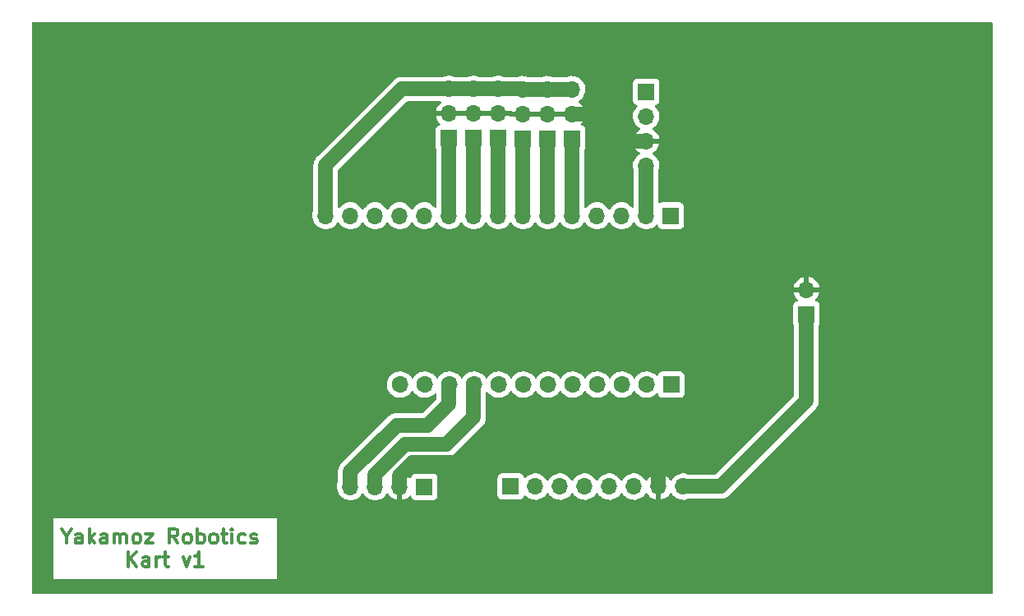
<source format=gbr>
%TF.GenerationSoftware,KiCad,Pcbnew,(6.0.9)*%
%TF.CreationDate,2023-02-14T12:36:12+03:00*%
%TF.ProjectId,kontrol_karti,6b6f6e74-726f-46c5-9f6b-617274692e6b,rev?*%
%TF.SameCoordinates,Original*%
%TF.FileFunction,Copper,L1,Top*%
%TF.FilePolarity,Positive*%
%FSLAX46Y46*%
G04 Gerber Fmt 4.6, Leading zero omitted, Abs format (unit mm)*
G04 Created by KiCad (PCBNEW (6.0.9)) date 2023-02-14 12:36:12*
%MOMM*%
%LPD*%
G01*
G04 APERTURE LIST*
%ADD10C,0.300000*%
%TA.AperFunction,NonConductor*%
%ADD11C,0.300000*%
%TD*%
%TA.AperFunction,ComponentPad*%
%ADD12R,1.700000X1.700000*%
%TD*%
%TA.AperFunction,ComponentPad*%
%ADD13O,1.700000X1.700000*%
%TD*%
%TA.AperFunction,ComponentPad*%
%ADD14R,1.600000X1.600000*%
%TD*%
%TA.AperFunction,ComponentPad*%
%ADD15O,1.600000X1.600000*%
%TD*%
%TA.AperFunction,ComponentPad*%
%ADD16C,1.600000*%
%TD*%
%TA.AperFunction,Conductor*%
%ADD17C,1.500000*%
%TD*%
G04 APERTURE END LIST*
D10*
D11*
X24075714Y-96546785D02*
X24075714Y-97261071D01*
X23575714Y-95761071D02*
X24075714Y-96546785D01*
X24575714Y-95761071D01*
X25718571Y-97261071D02*
X25718571Y-96475357D01*
X25647142Y-96332500D01*
X25504285Y-96261071D01*
X25218571Y-96261071D01*
X25075714Y-96332500D01*
X25718571Y-97189642D02*
X25575714Y-97261071D01*
X25218571Y-97261071D01*
X25075714Y-97189642D01*
X25004285Y-97046785D01*
X25004285Y-96903928D01*
X25075714Y-96761071D01*
X25218571Y-96689642D01*
X25575714Y-96689642D01*
X25718571Y-96618214D01*
X26432857Y-97261071D02*
X26432857Y-95761071D01*
X26575714Y-96689642D02*
X27004285Y-97261071D01*
X27004285Y-96261071D02*
X26432857Y-96832500D01*
X28290000Y-97261071D02*
X28290000Y-96475357D01*
X28218571Y-96332500D01*
X28075714Y-96261071D01*
X27790000Y-96261071D01*
X27647142Y-96332500D01*
X28290000Y-97189642D02*
X28147142Y-97261071D01*
X27790000Y-97261071D01*
X27647142Y-97189642D01*
X27575714Y-97046785D01*
X27575714Y-96903928D01*
X27647142Y-96761071D01*
X27790000Y-96689642D01*
X28147142Y-96689642D01*
X28290000Y-96618214D01*
X29004285Y-97261071D02*
X29004285Y-96261071D01*
X29004285Y-96403928D02*
X29075714Y-96332500D01*
X29218571Y-96261071D01*
X29432857Y-96261071D01*
X29575714Y-96332500D01*
X29647142Y-96475357D01*
X29647142Y-97261071D01*
X29647142Y-96475357D02*
X29718571Y-96332500D01*
X29861428Y-96261071D01*
X30075714Y-96261071D01*
X30218571Y-96332500D01*
X30290000Y-96475357D01*
X30290000Y-97261071D01*
X31218571Y-97261071D02*
X31075714Y-97189642D01*
X31004285Y-97118214D01*
X30932857Y-96975357D01*
X30932857Y-96546785D01*
X31004285Y-96403928D01*
X31075714Y-96332500D01*
X31218571Y-96261071D01*
X31432857Y-96261071D01*
X31575714Y-96332500D01*
X31647142Y-96403928D01*
X31718571Y-96546785D01*
X31718571Y-96975357D01*
X31647142Y-97118214D01*
X31575714Y-97189642D01*
X31432857Y-97261071D01*
X31218571Y-97261071D01*
X32218571Y-96261071D02*
X33004285Y-96261071D01*
X32218571Y-97261071D01*
X33004285Y-97261071D01*
X35575714Y-97261071D02*
X35075714Y-96546785D01*
X34718571Y-97261071D02*
X34718571Y-95761071D01*
X35290000Y-95761071D01*
X35432857Y-95832500D01*
X35504285Y-95903928D01*
X35575714Y-96046785D01*
X35575714Y-96261071D01*
X35504285Y-96403928D01*
X35432857Y-96475357D01*
X35290000Y-96546785D01*
X34718571Y-96546785D01*
X36432857Y-97261071D02*
X36290000Y-97189642D01*
X36218571Y-97118214D01*
X36147142Y-96975357D01*
X36147142Y-96546785D01*
X36218571Y-96403928D01*
X36290000Y-96332500D01*
X36432857Y-96261071D01*
X36647142Y-96261071D01*
X36790000Y-96332500D01*
X36861428Y-96403928D01*
X36932857Y-96546785D01*
X36932857Y-96975357D01*
X36861428Y-97118214D01*
X36790000Y-97189642D01*
X36647142Y-97261071D01*
X36432857Y-97261071D01*
X37575714Y-97261071D02*
X37575714Y-95761071D01*
X37575714Y-96332500D02*
X37718571Y-96261071D01*
X38004285Y-96261071D01*
X38147142Y-96332500D01*
X38218571Y-96403928D01*
X38290000Y-96546785D01*
X38290000Y-96975357D01*
X38218571Y-97118214D01*
X38147142Y-97189642D01*
X38004285Y-97261071D01*
X37718571Y-97261071D01*
X37575714Y-97189642D01*
X39147142Y-97261071D02*
X39004285Y-97189642D01*
X38932857Y-97118214D01*
X38861428Y-96975357D01*
X38861428Y-96546785D01*
X38932857Y-96403928D01*
X39004285Y-96332500D01*
X39147142Y-96261071D01*
X39361428Y-96261071D01*
X39504285Y-96332500D01*
X39575714Y-96403928D01*
X39647142Y-96546785D01*
X39647142Y-96975357D01*
X39575714Y-97118214D01*
X39504285Y-97189642D01*
X39361428Y-97261071D01*
X39147142Y-97261071D01*
X40075714Y-96261071D02*
X40647142Y-96261071D01*
X40290000Y-95761071D02*
X40290000Y-97046785D01*
X40361428Y-97189642D01*
X40504285Y-97261071D01*
X40647142Y-97261071D01*
X41147142Y-97261071D02*
X41147142Y-96261071D01*
X41147142Y-95761071D02*
X41075714Y-95832500D01*
X41147142Y-95903928D01*
X41218571Y-95832500D01*
X41147142Y-95761071D01*
X41147142Y-95903928D01*
X42504285Y-97189642D02*
X42361428Y-97261071D01*
X42075714Y-97261071D01*
X41932857Y-97189642D01*
X41861428Y-97118214D01*
X41790000Y-96975357D01*
X41790000Y-96546785D01*
X41861428Y-96403928D01*
X41932857Y-96332500D01*
X42075714Y-96261071D01*
X42361428Y-96261071D01*
X42504285Y-96332500D01*
X43075714Y-97189642D02*
X43218571Y-97261071D01*
X43504285Y-97261071D01*
X43647142Y-97189642D01*
X43718571Y-97046785D01*
X43718571Y-96975357D01*
X43647142Y-96832500D01*
X43504285Y-96761071D01*
X43290000Y-96761071D01*
X43147142Y-96689642D01*
X43075714Y-96546785D01*
X43075714Y-96475357D01*
X43147142Y-96332500D01*
X43290000Y-96261071D01*
X43504285Y-96261071D01*
X43647142Y-96332500D01*
X30468571Y-99676071D02*
X30468571Y-98176071D01*
X31325714Y-99676071D02*
X30682857Y-98818928D01*
X31325714Y-98176071D02*
X30468571Y-99033214D01*
X32611428Y-99676071D02*
X32611428Y-98890357D01*
X32540000Y-98747500D01*
X32397142Y-98676071D01*
X32111428Y-98676071D01*
X31968571Y-98747500D01*
X32611428Y-99604642D02*
X32468571Y-99676071D01*
X32111428Y-99676071D01*
X31968571Y-99604642D01*
X31897142Y-99461785D01*
X31897142Y-99318928D01*
X31968571Y-99176071D01*
X32111428Y-99104642D01*
X32468571Y-99104642D01*
X32611428Y-99033214D01*
X33325714Y-99676071D02*
X33325714Y-98676071D01*
X33325714Y-98961785D02*
X33397142Y-98818928D01*
X33468571Y-98747500D01*
X33611428Y-98676071D01*
X33754285Y-98676071D01*
X34040000Y-98676071D02*
X34611428Y-98676071D01*
X34254285Y-98176071D02*
X34254285Y-99461785D01*
X34325714Y-99604642D01*
X34468571Y-99676071D01*
X34611428Y-99676071D01*
X36111428Y-98676071D02*
X36468571Y-99676071D01*
X36825714Y-98676071D01*
X38182857Y-99676071D02*
X37325714Y-99676071D01*
X37754285Y-99676071D02*
X37754285Y-98176071D01*
X37611428Y-98390357D01*
X37468571Y-98533214D01*
X37325714Y-98604642D01*
D12*
%TO.P,J7,1,Pin_1*%
%TO.N,A6*%
X68580000Y-55510000D03*
D13*
%TO.P,J7,2,Pin_2*%
%TO.N,GND*%
X68580000Y-52970000D03*
%TO.P,J7,3,Pin_3*%
%TO.N,+5V*%
X68580000Y-50430000D03*
%TD*%
D12*
%TO.P,J35,1,Pin_1*%
%TO.N,DA0*%
X66040000Y-55510000D03*
D13*
%TO.P,J35,2,Pin_2*%
%TO.N,GND*%
X66040000Y-52970000D03*
%TO.P,J35,3,Pin_3*%
%TO.N,+5V*%
X66040000Y-50430000D03*
%TD*%
D12*
%TO.P,REF\u002A\u002A,1*%
%TO.N,N/C*%
X86400000Y-80900000D03*
D13*
%TO.P,REF\u002A\u002A,2*%
X83860000Y-80900000D03*
%TO.P,REF\u002A\u002A,3*%
X81320000Y-80900000D03*
%TO.P,REF\u002A\u002A,4*%
X78780000Y-80900000D03*
%TO.P,REF\u002A\u002A,5*%
X76240000Y-80900000D03*
%TO.P,REF\u002A\u002A,6*%
X73700000Y-80900000D03*
%TO.P,REF\u002A\u002A,7*%
X71160000Y-80900000D03*
%TO.P,REF\u002A\u002A,8*%
X68620000Y-80900000D03*
%TO.P,REF\u002A\u002A,9*%
X66080000Y-80900000D03*
%TO.P,REF\u002A\u002A,10*%
X63540000Y-80900000D03*
%TO.P,REF\u002A\u002A,11*%
X61000000Y-80900000D03*
%TO.P,REF\u002A\u002A,12*%
X58460000Y-80900000D03*
%TD*%
D12*
%TO.P,J6,1,Pin_1*%
%TO.N,+3.3V*%
X60960000Y-91440000D03*
D13*
%TO.P,J6,2,Pin_2*%
%TO.N,GND*%
X58420000Y-91440000D03*
%TO.P,J6,3,Pin_3*%
%TO.N,SCL*%
X55880000Y-91440000D03*
%TO.P,J6,4,Pin_4*%
%TO.N,SDA*%
X53340000Y-91440000D03*
%TD*%
D12*
%TO.P,J4,1,Pin_1*%
%TO.N,A4*%
X73660000Y-55525000D03*
D13*
%TO.P,J4,2,Pin_2*%
%TO.N,GND*%
X73660000Y-52985000D03*
%TO.P,J4,3,Pin_3*%
%TO.N,+5V*%
X73660000Y-50445000D03*
%TD*%
D12*
%TO.P,J3,1,Pin_1*%
%TO.N,A3*%
X76200000Y-55525000D03*
D13*
%TO.P,J3,2,Pin_2*%
%TO.N,GND*%
X76200000Y-52985000D03*
%TO.P,J3,3,Pin_3*%
%TO.N,+5V*%
X76200000Y-50445000D03*
%TD*%
D12*
%TO.P,J1,1,Pin_1*%
%TO.N,+5V*%
X100330000Y-73660000D03*
D13*
%TO.P,J1,2,Pin_2*%
%TO.N,GND*%
X100330000Y-71120000D03*
%TD*%
D12*
%TO.P,J37,1,Pin_1*%
%TO.N,DA1*%
X63500000Y-55510000D03*
D13*
%TO.P,J37,2,Pin_2*%
%TO.N,GND*%
X63500000Y-52970000D03*
%TO.P,J37,3,Pin_3*%
%TO.N,+5V*%
X63500000Y-50430000D03*
%TD*%
D12*
%TO.P,REF\u002A\u002A,1*%
%TO.N,N/C*%
X86360000Y-63500000D03*
D13*
%TO.P,REF\u002A\u002A,2*%
X83820000Y-63500000D03*
%TO.P,REF\u002A\u002A,3*%
X81280000Y-63500000D03*
%TO.P,REF\u002A\u002A,4*%
X78740000Y-63500000D03*
%TO.P,REF\u002A\u002A,5*%
X76200000Y-63500000D03*
%TO.P,REF\u002A\u002A,6*%
X73660000Y-63500000D03*
%TO.P,REF\u002A\u002A,7*%
X71120000Y-63500000D03*
%TO.P,REF\u002A\u002A,8*%
X68580000Y-63500000D03*
%TO.P,REF\u002A\u002A,9*%
X66040000Y-63500000D03*
%TO.P,REF\u002A\u002A,10*%
X63500000Y-63500000D03*
%TO.P,REF\u002A\u002A,11*%
X60960000Y-63500000D03*
%TO.P,REF\u002A\u002A,12*%
X58420000Y-63500000D03*
%TO.P,REF\u002A\u002A,13*%
X55880000Y-63500000D03*
%TO.P,REF\u002A\u002A,14*%
X53340000Y-63500000D03*
%TO.P,REF\u002A\u002A,15*%
X50800000Y-63500000D03*
%TD*%
D12*
%TO.P,J5,1,Pin_1*%
%TO.N,A5*%
X71120000Y-55525000D03*
D13*
%TO.P,J5,2,Pin_2*%
%TO.N,GND*%
X71120000Y-52985000D03*
%TO.P,J5,3,Pin_3*%
%TO.N,+5V*%
X71120000Y-50445000D03*
%TD*%
D12*
%TO.P,J36,1,Pin_1*%
%TO.N,unconnected-(J36-Pad1)*%
X83820000Y-50710000D03*
D13*
%TO.P,J36,2,Pin_2*%
%TO.N,+3.3V*%
X83820000Y-53250000D03*
%TO.P,J36,3,Pin_3*%
%TO.N,GND*%
X83820000Y-55790000D03*
%TO.P,J36,4,Pin_4*%
%TO.N,A0*%
X83820000Y-58330000D03*
%TD*%
D14*
%TO.P,U1,1,BOOT/D13*%
%TO.N,Net-(J22-Pad1)*%
X86360000Y-63410000D03*
D15*
%TO.P,U1,2,A0*%
%TO.N,A0*%
X83820000Y-63410000D03*
%TO.P,U1,3,A1*%
%TO.N,Net-(J11-Pad1)*%
X81280000Y-63410000D03*
%TO.P,U1,4,A2*%
%TO.N,Net-(J13-Pad1)*%
X78740000Y-63410000D03*
%TO.P,U1,5,A3*%
%TO.N,A3*%
X76200000Y-63410000D03*
%TO.P,U1,6,A4*%
%TO.N,A4*%
X73660000Y-63410000D03*
D16*
%TO.P,U1,7,A5*%
%TO.N,A5*%
X71120000Y-63410000D03*
%TO.P,U1,8,A6*%
%TO.N,A6*%
X68580000Y-63410000D03*
%TO.P,U1,9,DA0/D12*%
%TO.N,DA0*%
X66040000Y-63410000D03*
%TO.P,U1,10,DA1/D11*%
%TO.N,DA1*%
X63500000Y-63410000D03*
%TO.P,U1,11,D10*%
%TO.N,Net-(J26-Pad1)*%
X60960000Y-63410000D03*
%TO.P,U1,12,D9*%
%TO.N,Net-(J28-Pad1)*%
X58420000Y-63410000D03*
%TO.P,U1,13,GND*%
%TO.N,GND*%
X55880000Y-63410000D03*
%TO.P,U1,14,3.3V*%
%TO.N,+3.3V*%
X53340000Y-63410000D03*
%TO.P,U1,15,5V*%
%TO.N,+5V*%
X50800000Y-63410000D03*
%TO.P,U1,16,GND*%
%TO.N,GND*%
X58420000Y-80910000D03*
%TO.P,U1,17,3.3V*%
%TO.N,+3.3V*%
X60960000Y-80910000D03*
%TO.P,U1,18,SD/D8*%
%TO.N,SDA*%
X63500000Y-80910000D03*
%TO.P,U1,19,SC/D7*%
%TO.N,SCL*%
X66040000Y-80910000D03*
%TO.P,U1,20,MC/D6*%
%TO.N,Net-(J16-Pad1)*%
X68580000Y-80910000D03*
%TO.P,U1,21,MI/D5*%
%TO.N,Net-(J14-Pad1)*%
X71120000Y-80910000D03*
%TO.P,U1,22,MO/D4*%
%TO.N,Net-(J12-Pad1)*%
X73660000Y-80910000D03*
%TO.P,U1,23*%
%TO.N,N/C*%
X76200000Y-80910000D03*
%TO.P,U1,24,D2/P0*%
%TO.N,Net-(J8-Pad1)*%
X78740000Y-80910000D03*
%TO.P,U1,25,D3/P1*%
%TO.N,Net-(J10-Pad1)*%
X81280000Y-80910000D03*
%TO.P,U1,26,D0/TX*%
%TO.N,Net-(J31-Pad1)*%
X83820000Y-80910000D03*
D14*
%TO.P,U1,27,EN*%
%TO.N,Net-(J30-Pad1)*%
X86360000Y-80910000D03*
%TD*%
D12*
%TO.P,J2,1,Pin_1*%
%TO.N,unconnected-(J2-Pad1)*%
X69865000Y-91415000D03*
D13*
%TO.P,J2,2,Pin_2*%
%TO.N,unconnected-(J2-Pad2)*%
X72405000Y-91415000D03*
%TO.P,J2,3,Pin_3*%
%TO.N,unconnected-(J2-Pad3)*%
X74945000Y-91415000D03*
%TO.P,J2,4,Pin_4*%
%TO.N,unconnected-(J2-Pad4)*%
X77485000Y-91415000D03*
%TO.P,J2,5,Pin_5*%
%TO.N,SDA*%
X80025000Y-91415000D03*
%TO.P,J2,6,Pin_6*%
%TO.N,SCL*%
X82565000Y-91415000D03*
%TO.P,J2,7,Pin_7*%
%TO.N,GND*%
X85105000Y-91415000D03*
%TO.P,J2,8,Pin_8*%
%TO.N,+5V*%
X87645000Y-91415000D03*
%TD*%
D17*
%TO.N,A0*%
X83820000Y-58330000D02*
X83820000Y-63410000D01*
%TO.N,A3*%
X76200000Y-55525000D02*
X76200000Y-63410000D01*
%TO.N,A4*%
X73660000Y-55525000D02*
X73660000Y-63410000D01*
%TO.N,A5*%
X71120000Y-55525000D02*
X71120000Y-63410000D01*
%TO.N,A6*%
X68580000Y-55510000D02*
X68580000Y-63410000D01*
%TO.N,DA0*%
X66040000Y-55510000D02*
X66040000Y-63410000D01*
%TO.N,DA1*%
X63500000Y-55510000D02*
X63500000Y-63410000D01*
%TO.N,GND*%
X67600000Y-88900000D02*
X59757919Y-88900000D01*
X83100000Y-88200000D02*
X68300000Y-88200000D01*
X59757919Y-88900000D02*
X58420000Y-90237919D01*
X79485000Y-52985000D02*
X76200000Y-52985000D01*
X85105000Y-90205000D02*
X83100000Y-88200000D01*
X68300000Y-88200000D02*
X67600000Y-88900000D01*
X83820000Y-55790000D02*
X82290000Y-55790000D01*
X85105000Y-91415000D02*
X85105000Y-90205000D01*
X58420000Y-90237919D02*
X58420000Y-91440000D01*
X82290000Y-55790000D02*
X79485000Y-52985000D01*
%TO.N,+5V*%
X87645000Y-91415000D02*
X91465000Y-91415000D01*
X71105000Y-50430000D02*
X71120000Y-50445000D01*
X71120000Y-50445000D02*
X73660000Y-50445000D01*
X66040000Y-50430000D02*
X68580000Y-50430000D01*
X100330000Y-82550000D02*
X100330000Y-73660000D01*
X50800000Y-58300000D02*
X58670000Y-50430000D01*
X50800000Y-63410000D02*
X50800000Y-58300000D01*
X58670000Y-50430000D02*
X63500000Y-50430000D01*
X73660000Y-50445000D02*
X76200000Y-50445000D01*
X91465000Y-91415000D02*
X100330000Y-82550000D01*
X63500000Y-50430000D02*
X66040000Y-50430000D01*
X68580000Y-50430000D02*
X71105000Y-50430000D01*
%TO.N,SDA*%
X63500000Y-82900000D02*
X63500000Y-80910000D01*
X53340000Y-89860000D02*
X58100000Y-85100000D01*
X58100000Y-85100000D02*
X61300000Y-85100000D01*
X53340000Y-91440000D02*
X53340000Y-89860000D01*
X61300000Y-85100000D02*
X63500000Y-82900000D01*
%TO.N,SCL*%
X66040000Y-84260000D02*
X66040000Y-80910000D01*
X59000000Y-87100000D02*
X63200000Y-87100000D01*
X63200000Y-87100000D02*
X66040000Y-84260000D01*
X55880000Y-91440000D02*
X55880000Y-90220000D01*
X55880000Y-90220000D02*
X59000000Y-87100000D01*
%TD*%
%TA.AperFunction,Conductor*%
%TO.N,GND*%
G36*
X119433621Y-43528502D02*
G01*
X119480114Y-43582158D01*
X119491500Y-43634500D01*
X119491500Y-102365500D01*
X119471498Y-102433621D01*
X119417842Y-102480114D01*
X119365500Y-102491500D01*
X20634500Y-102491500D01*
X20566379Y-102471498D01*
X20519886Y-102417842D01*
X20508500Y-102365500D01*
X20508500Y-100938500D01*
X22774357Y-100938500D01*
X45805643Y-100938500D01*
X45805643Y-94641500D01*
X22774357Y-94641500D01*
X22774357Y-100938500D01*
X20508500Y-100938500D01*
X20508500Y-91406695D01*
X51977251Y-91406695D01*
X51977548Y-91411848D01*
X51977548Y-91411851D01*
X51989812Y-91624547D01*
X51990110Y-91629715D01*
X51991247Y-91634761D01*
X51991248Y-91634767D01*
X52006641Y-91703069D01*
X52039222Y-91847639D01*
X52123266Y-92054616D01*
X52161384Y-92116819D01*
X52237291Y-92240688D01*
X52239987Y-92245088D01*
X52386250Y-92413938D01*
X52558126Y-92556632D01*
X52751000Y-92669338D01*
X52755825Y-92671180D01*
X52755826Y-92671181D01*
X52828612Y-92698975D01*
X52959692Y-92749030D01*
X52964760Y-92750061D01*
X52964763Y-92750062D01*
X53059862Y-92769410D01*
X53178597Y-92793567D01*
X53183772Y-92793757D01*
X53183774Y-92793757D01*
X53396673Y-92801564D01*
X53396677Y-92801564D01*
X53401837Y-92801753D01*
X53406957Y-92801097D01*
X53406959Y-92801097D01*
X53618288Y-92774025D01*
X53618289Y-92774025D01*
X53623416Y-92773368D01*
X53628366Y-92771883D01*
X53832429Y-92710661D01*
X53832434Y-92710659D01*
X53837384Y-92709174D01*
X54037994Y-92610896D01*
X54219860Y-92481173D01*
X54242320Y-92458792D01*
X54312418Y-92388938D01*
X54378096Y-92323489D01*
X54393673Y-92301812D01*
X54508453Y-92142077D01*
X54509776Y-92143028D01*
X54556645Y-92099857D01*
X54626580Y-92087625D01*
X54692026Y-92115144D01*
X54719875Y-92146994D01*
X54779987Y-92245088D01*
X54926250Y-92413938D01*
X55098126Y-92556632D01*
X55291000Y-92669338D01*
X55295825Y-92671180D01*
X55295826Y-92671181D01*
X55368612Y-92698975D01*
X55499692Y-92749030D01*
X55504760Y-92750061D01*
X55504763Y-92750062D01*
X55599862Y-92769410D01*
X55718597Y-92793567D01*
X55723772Y-92793757D01*
X55723774Y-92793757D01*
X55936673Y-92801564D01*
X55936677Y-92801564D01*
X55941837Y-92801753D01*
X55946957Y-92801097D01*
X55946959Y-92801097D01*
X56158288Y-92774025D01*
X56158289Y-92774025D01*
X56163416Y-92773368D01*
X56168366Y-92771883D01*
X56372429Y-92710661D01*
X56372434Y-92710659D01*
X56377384Y-92709174D01*
X56577994Y-92610896D01*
X56759860Y-92481173D01*
X56782320Y-92458792D01*
X56852418Y-92388938D01*
X56918096Y-92323489D01*
X56933673Y-92301812D01*
X57048453Y-92142077D01*
X57049640Y-92142930D01*
X57096960Y-92099362D01*
X57166897Y-92087145D01*
X57232338Y-92114678D01*
X57260166Y-92146511D01*
X57317694Y-92240388D01*
X57323777Y-92248699D01*
X57463213Y-92409667D01*
X57470580Y-92416883D01*
X57634434Y-92552916D01*
X57642881Y-92558831D01*
X57826756Y-92666279D01*
X57836042Y-92670729D01*
X58035001Y-92746703D01*
X58044899Y-92749579D01*
X58148250Y-92770606D01*
X58162299Y-92769410D01*
X58166000Y-92759065D01*
X58166000Y-92758517D01*
X58674000Y-92758517D01*
X58678064Y-92772359D01*
X58691478Y-92774393D01*
X58698184Y-92773534D01*
X58708262Y-92771392D01*
X58912255Y-92710191D01*
X58921842Y-92706433D01*
X59113095Y-92612739D01*
X59121945Y-92607464D01*
X59295328Y-92483792D01*
X59303193Y-92477145D01*
X59407897Y-92372805D01*
X59470268Y-92338889D01*
X59541075Y-92344077D01*
X59597837Y-92386723D01*
X59614819Y-92417826D01*
X59629195Y-92456173D01*
X59659385Y-92536705D01*
X59746739Y-92653261D01*
X59863295Y-92740615D01*
X59999684Y-92791745D01*
X60061866Y-92798500D01*
X61858134Y-92798500D01*
X61920316Y-92791745D01*
X62056705Y-92740615D01*
X62173261Y-92653261D01*
X62260615Y-92536705D01*
X62311745Y-92400316D01*
X62318500Y-92338134D01*
X62318500Y-92313134D01*
X68506500Y-92313134D01*
X68513255Y-92375316D01*
X68564385Y-92511705D01*
X68651739Y-92628261D01*
X68768295Y-92715615D01*
X68904684Y-92766745D01*
X68966866Y-92773500D01*
X70763134Y-92773500D01*
X70825316Y-92766745D01*
X70961705Y-92715615D01*
X71078261Y-92628261D01*
X71165615Y-92511705D01*
X71186433Y-92456173D01*
X71209598Y-92394382D01*
X71252240Y-92337618D01*
X71318802Y-92312918D01*
X71388150Y-92328126D01*
X71422817Y-92356114D01*
X71451250Y-92388938D01*
X71565959Y-92484171D01*
X71601938Y-92514041D01*
X71623126Y-92531632D01*
X71816000Y-92644338D01*
X71820825Y-92646180D01*
X71820826Y-92646181D01*
X71885679Y-92670946D01*
X72024692Y-92724030D01*
X72029760Y-92725061D01*
X72029763Y-92725062D01*
X72106209Y-92740615D01*
X72243597Y-92768567D01*
X72248772Y-92768757D01*
X72248774Y-92768757D01*
X72461673Y-92776564D01*
X72461677Y-92776564D01*
X72466837Y-92776753D01*
X72471957Y-92776097D01*
X72471959Y-92776097D01*
X72683288Y-92749025D01*
X72683289Y-92749025D01*
X72688416Y-92748368D01*
X72693966Y-92746703D01*
X72897429Y-92685661D01*
X72897434Y-92685659D01*
X72902384Y-92684174D01*
X73102994Y-92585896D01*
X73284860Y-92456173D01*
X73443096Y-92298489D01*
X73478665Y-92248990D01*
X73573453Y-92117077D01*
X73574776Y-92118028D01*
X73621645Y-92074857D01*
X73691580Y-92062625D01*
X73757026Y-92090144D01*
X73784875Y-92121994D01*
X73844987Y-92220088D01*
X73991250Y-92388938D01*
X74105959Y-92484171D01*
X74141938Y-92514041D01*
X74163126Y-92531632D01*
X74356000Y-92644338D01*
X74360825Y-92646180D01*
X74360826Y-92646181D01*
X74425679Y-92670946D01*
X74564692Y-92724030D01*
X74569760Y-92725061D01*
X74569763Y-92725062D01*
X74646209Y-92740615D01*
X74783597Y-92768567D01*
X74788772Y-92768757D01*
X74788774Y-92768757D01*
X75001673Y-92776564D01*
X75001677Y-92776564D01*
X75006837Y-92776753D01*
X75011957Y-92776097D01*
X75011959Y-92776097D01*
X75223288Y-92749025D01*
X75223289Y-92749025D01*
X75228416Y-92748368D01*
X75233966Y-92746703D01*
X75437429Y-92685661D01*
X75437434Y-92685659D01*
X75442384Y-92684174D01*
X75642994Y-92585896D01*
X75824860Y-92456173D01*
X75983096Y-92298489D01*
X76018665Y-92248990D01*
X76113453Y-92117077D01*
X76114776Y-92118028D01*
X76161645Y-92074857D01*
X76231580Y-92062625D01*
X76297026Y-92090144D01*
X76324875Y-92121994D01*
X76384987Y-92220088D01*
X76531250Y-92388938D01*
X76645959Y-92484171D01*
X76681938Y-92514041D01*
X76703126Y-92531632D01*
X76896000Y-92644338D01*
X76900825Y-92646180D01*
X76900826Y-92646181D01*
X76965679Y-92670946D01*
X77104692Y-92724030D01*
X77109760Y-92725061D01*
X77109763Y-92725062D01*
X77186209Y-92740615D01*
X77323597Y-92768567D01*
X77328772Y-92768757D01*
X77328774Y-92768757D01*
X77541673Y-92776564D01*
X77541677Y-92776564D01*
X77546837Y-92776753D01*
X77551957Y-92776097D01*
X77551959Y-92776097D01*
X77763288Y-92749025D01*
X77763289Y-92749025D01*
X77768416Y-92748368D01*
X77773966Y-92746703D01*
X77977429Y-92685661D01*
X77977434Y-92685659D01*
X77982384Y-92684174D01*
X78182994Y-92585896D01*
X78364860Y-92456173D01*
X78523096Y-92298489D01*
X78558665Y-92248990D01*
X78653453Y-92117077D01*
X78654776Y-92118028D01*
X78701645Y-92074857D01*
X78771580Y-92062625D01*
X78837026Y-92090144D01*
X78864875Y-92121994D01*
X78924987Y-92220088D01*
X79071250Y-92388938D01*
X79185959Y-92484171D01*
X79221938Y-92514041D01*
X79243126Y-92531632D01*
X79436000Y-92644338D01*
X79440825Y-92646180D01*
X79440826Y-92646181D01*
X79505679Y-92670946D01*
X79644692Y-92724030D01*
X79649760Y-92725061D01*
X79649763Y-92725062D01*
X79726209Y-92740615D01*
X79863597Y-92768567D01*
X79868772Y-92768757D01*
X79868774Y-92768757D01*
X80081673Y-92776564D01*
X80081677Y-92776564D01*
X80086837Y-92776753D01*
X80091957Y-92776097D01*
X80091959Y-92776097D01*
X80303288Y-92749025D01*
X80303289Y-92749025D01*
X80308416Y-92748368D01*
X80313966Y-92746703D01*
X80517429Y-92685661D01*
X80517434Y-92685659D01*
X80522384Y-92684174D01*
X80722994Y-92585896D01*
X80904860Y-92456173D01*
X81063096Y-92298489D01*
X81098665Y-92248990D01*
X81193453Y-92117077D01*
X81194776Y-92118028D01*
X81241645Y-92074857D01*
X81311580Y-92062625D01*
X81377026Y-92090144D01*
X81404875Y-92121994D01*
X81464987Y-92220088D01*
X81611250Y-92388938D01*
X81725959Y-92484171D01*
X81761938Y-92514041D01*
X81783126Y-92531632D01*
X81976000Y-92644338D01*
X81980825Y-92646180D01*
X81980826Y-92646181D01*
X82045679Y-92670946D01*
X82184692Y-92724030D01*
X82189760Y-92725061D01*
X82189763Y-92725062D01*
X82266209Y-92740615D01*
X82403597Y-92768567D01*
X82408772Y-92768757D01*
X82408774Y-92768757D01*
X82621673Y-92776564D01*
X82621677Y-92776564D01*
X82626837Y-92776753D01*
X82631957Y-92776097D01*
X82631959Y-92776097D01*
X82843288Y-92749025D01*
X82843289Y-92749025D01*
X82848416Y-92748368D01*
X82853966Y-92746703D01*
X83057429Y-92685661D01*
X83057434Y-92685659D01*
X83062384Y-92684174D01*
X83262994Y-92585896D01*
X83444860Y-92456173D01*
X83603096Y-92298489D01*
X83638665Y-92248990D01*
X83733453Y-92117077D01*
X83734640Y-92117930D01*
X83781960Y-92074362D01*
X83851897Y-92062145D01*
X83917338Y-92089678D01*
X83945166Y-92121511D01*
X84002694Y-92215388D01*
X84008777Y-92223699D01*
X84148213Y-92384667D01*
X84155580Y-92391883D01*
X84319434Y-92527916D01*
X84327881Y-92533831D01*
X84511756Y-92641279D01*
X84521042Y-92645729D01*
X84720001Y-92721703D01*
X84729899Y-92724579D01*
X84833250Y-92745606D01*
X84847299Y-92744410D01*
X84851000Y-92734065D01*
X84851000Y-92733517D01*
X85359000Y-92733517D01*
X85363064Y-92747359D01*
X85376478Y-92749393D01*
X85383184Y-92748534D01*
X85393262Y-92746392D01*
X85597255Y-92685191D01*
X85606842Y-92681433D01*
X85798095Y-92587739D01*
X85806945Y-92582464D01*
X85980328Y-92458792D01*
X85988200Y-92452139D01*
X86139052Y-92301812D01*
X86145730Y-92293965D01*
X86273022Y-92116819D01*
X86274279Y-92117722D01*
X86321373Y-92074362D01*
X86391311Y-92062145D01*
X86456751Y-92089678D01*
X86484579Y-92121511D01*
X86544987Y-92220088D01*
X86691250Y-92388938D01*
X86805959Y-92484171D01*
X86841938Y-92514041D01*
X86863126Y-92531632D01*
X87056000Y-92644338D01*
X87060825Y-92646180D01*
X87060826Y-92646181D01*
X87125679Y-92670946D01*
X87264692Y-92724030D01*
X87269760Y-92725061D01*
X87269763Y-92725062D01*
X87346209Y-92740615D01*
X87483597Y-92768567D01*
X87488772Y-92768757D01*
X87488774Y-92768757D01*
X87701673Y-92776564D01*
X87701677Y-92776564D01*
X87706837Y-92776753D01*
X87711957Y-92776097D01*
X87711959Y-92776097D01*
X87923288Y-92749025D01*
X87923289Y-92749025D01*
X87928416Y-92748368D01*
X87933966Y-92746703D01*
X88137432Y-92685660D01*
X88137435Y-92685659D01*
X88142384Y-92684174D01*
X88146531Y-92682143D01*
X88192268Y-92673500D01*
X91373604Y-92673500D01*
X91390051Y-92674578D01*
X91406516Y-92676746D01*
X91406520Y-92676746D01*
X91412086Y-92677479D01*
X91493489Y-92673640D01*
X91499424Y-92673500D01*
X91521999Y-92673500D01*
X91547989Y-92671181D01*
X91553248Y-92670822D01*
X91636488Y-92666896D01*
X91641947Y-92665646D01*
X91641952Y-92665645D01*
X91653970Y-92662892D01*
X91670899Y-92660211D01*
X91688762Y-92658617D01*
X91694178Y-92657135D01*
X91694180Y-92657135D01*
X91769133Y-92636630D01*
X91774251Y-92635344D01*
X91850000Y-92617995D01*
X91850002Y-92617994D01*
X91855470Y-92616742D01*
X91865970Y-92612263D01*
X91871967Y-92609706D01*
X91888142Y-92604073D01*
X91900039Y-92600818D01*
X91900043Y-92600817D01*
X91905451Y-92599337D01*
X91980667Y-92563461D01*
X91985476Y-92561290D01*
X92056949Y-92530804D01*
X92056950Y-92530804D01*
X92062109Y-92528603D01*
X92077110Y-92518749D01*
X92092025Y-92510346D01*
X92108218Y-92502622D01*
X92112769Y-92499352D01*
X92112772Y-92499350D01*
X92145996Y-92475476D01*
X92175892Y-92453994D01*
X92180232Y-92451011D01*
X92246010Y-92407804D01*
X92246018Y-92407798D01*
X92249874Y-92405265D01*
X92270662Y-92386743D01*
X92280939Y-92378510D01*
X92290654Y-92371529D01*
X92365063Y-92294745D01*
X92366452Y-92293335D01*
X101155263Y-83504525D01*
X101167654Y-83493657D01*
X101180848Y-83483533D01*
X101185292Y-83480123D01*
X101240158Y-83419826D01*
X101244257Y-83415531D01*
X101260198Y-83399590D01*
X101276942Y-83379564D01*
X101280401Y-83375599D01*
X101332708Y-83318115D01*
X101332709Y-83318114D01*
X101336485Y-83313964D01*
X101346016Y-83298770D01*
X101356085Y-83284910D01*
X101367593Y-83271147D01*
X101408869Y-83198782D01*
X101411579Y-83194253D01*
X101452885Y-83128405D01*
X101455864Y-83123656D01*
X101462553Y-83107017D01*
X101470012Y-83091587D01*
X101476119Y-83080881D01*
X101476123Y-83080872D01*
X101478898Y-83076007D01*
X101506715Y-82997454D01*
X101508576Y-82992529D01*
X101537564Y-82920420D01*
X101539656Y-82915217D01*
X101543294Y-82897650D01*
X101547899Y-82881156D01*
X101553889Y-82864241D01*
X101567359Y-82781990D01*
X101568319Y-82776811D01*
X101584276Y-82699758D01*
X101584276Y-82699757D01*
X101585213Y-82695233D01*
X101586815Y-82667452D01*
X101588262Y-82654347D01*
X101589286Y-82648090D01*
X101589286Y-82648086D01*
X101590194Y-82642543D01*
X101588516Y-82535736D01*
X101588500Y-82533757D01*
X101588500Y-74854874D01*
X101608502Y-74786753D01*
X101613661Y-74779327D01*
X101630615Y-74756705D01*
X101681745Y-74620316D01*
X101688500Y-74558134D01*
X101688500Y-72761866D01*
X101681745Y-72699684D01*
X101630615Y-72563295D01*
X101543261Y-72446739D01*
X101426705Y-72359385D01*
X101307687Y-72314767D01*
X101250923Y-72272125D01*
X101226223Y-72205564D01*
X101241430Y-72136215D01*
X101262977Y-72107535D01*
X101364052Y-72006812D01*
X101370730Y-71998965D01*
X101495003Y-71826020D01*
X101500313Y-71817183D01*
X101594670Y-71626267D01*
X101598469Y-71616672D01*
X101660377Y-71412910D01*
X101662555Y-71402837D01*
X101663986Y-71391962D01*
X101661775Y-71377778D01*
X101648617Y-71374000D01*
X99013225Y-71374000D01*
X98999694Y-71377973D01*
X98998257Y-71387966D01*
X99028565Y-71522446D01*
X99031645Y-71532275D01*
X99111770Y-71729603D01*
X99116413Y-71738794D01*
X99227694Y-71920388D01*
X99233777Y-71928699D01*
X99373213Y-72089667D01*
X99380577Y-72096879D01*
X99385522Y-72100985D01*
X99425156Y-72159889D01*
X99426653Y-72230870D01*
X99389537Y-72291392D01*
X99349264Y-72315910D01*
X99241705Y-72356232D01*
X99241704Y-72356233D01*
X99233295Y-72359385D01*
X99116739Y-72446739D01*
X99029385Y-72563295D01*
X98978255Y-72699684D01*
X98971500Y-72761866D01*
X98971500Y-74558134D01*
X98978255Y-74620316D01*
X99029385Y-74756705D01*
X99046327Y-74779311D01*
X99071174Y-74845815D01*
X99071500Y-74854874D01*
X99071500Y-81976522D01*
X99051498Y-82044643D01*
X99034595Y-82065617D01*
X90980617Y-90119595D01*
X90918305Y-90153621D01*
X90891522Y-90156500D01*
X88182692Y-90156500D01*
X88140632Y-90149273D01*
X87998087Y-90098795D01*
X87998083Y-90098794D01*
X87993212Y-90097069D01*
X87988119Y-90096162D01*
X87988116Y-90096161D01*
X87778373Y-90058800D01*
X87778367Y-90058799D01*
X87773284Y-90057894D01*
X87699452Y-90056992D01*
X87555081Y-90055228D01*
X87555079Y-90055228D01*
X87549911Y-90055165D01*
X87329091Y-90088955D01*
X87116756Y-90158357D01*
X86918607Y-90261507D01*
X86914474Y-90264610D01*
X86914471Y-90264612D01*
X86744100Y-90392530D01*
X86739965Y-90395635D01*
X86736393Y-90399373D01*
X86603470Y-90538469D01*
X86585629Y-90557138D01*
X86478204Y-90714618D01*
X86477898Y-90715066D01*
X86422987Y-90760069D01*
X86352462Y-90768240D01*
X86288715Y-90736986D01*
X86268018Y-90712502D01*
X86187426Y-90587926D01*
X86181136Y-90579757D01*
X86037806Y-90422240D01*
X86030273Y-90415215D01*
X85863139Y-90283222D01*
X85854552Y-90277517D01*
X85668117Y-90174599D01*
X85658705Y-90170369D01*
X85457959Y-90099280D01*
X85447988Y-90096646D01*
X85376837Y-90083972D01*
X85363540Y-90085432D01*
X85359000Y-90099989D01*
X85359000Y-92733517D01*
X84851000Y-92733517D01*
X84851000Y-90098102D01*
X84847082Y-90084758D01*
X84832806Y-90082771D01*
X84794324Y-90088660D01*
X84784288Y-90091051D01*
X84581868Y-90157212D01*
X84572359Y-90161209D01*
X84383463Y-90259542D01*
X84374738Y-90265036D01*
X84204433Y-90392905D01*
X84196726Y-90399748D01*
X84049590Y-90553717D01*
X84043109Y-90561722D01*
X83938498Y-90715074D01*
X83883587Y-90760076D01*
X83813062Y-90768247D01*
X83749315Y-90736993D01*
X83728618Y-90712509D01*
X83647822Y-90587617D01*
X83647820Y-90587614D01*
X83645014Y-90583277D01*
X83494670Y-90418051D01*
X83490619Y-90414852D01*
X83490615Y-90414848D01*
X83323414Y-90282800D01*
X83323410Y-90282798D01*
X83319359Y-90279598D01*
X83283028Y-90259542D01*
X83236611Y-90233919D01*
X83123789Y-90171638D01*
X83118920Y-90169914D01*
X83118916Y-90169912D01*
X82918087Y-90098795D01*
X82918083Y-90098794D01*
X82913212Y-90097069D01*
X82908119Y-90096162D01*
X82908116Y-90096161D01*
X82698373Y-90058800D01*
X82698367Y-90058799D01*
X82693284Y-90057894D01*
X82619452Y-90056992D01*
X82475081Y-90055228D01*
X82475079Y-90055228D01*
X82469911Y-90055165D01*
X82249091Y-90088955D01*
X82036756Y-90158357D01*
X81838607Y-90261507D01*
X81834474Y-90264610D01*
X81834471Y-90264612D01*
X81664100Y-90392530D01*
X81659965Y-90395635D01*
X81656393Y-90399373D01*
X81523470Y-90538469D01*
X81505629Y-90557138D01*
X81398201Y-90714621D01*
X81343293Y-90759621D01*
X81272768Y-90767792D01*
X81209021Y-90736538D01*
X81188324Y-90712054D01*
X81107822Y-90587617D01*
X81107820Y-90587614D01*
X81105014Y-90583277D01*
X80954670Y-90418051D01*
X80950619Y-90414852D01*
X80950615Y-90414848D01*
X80783414Y-90282800D01*
X80783410Y-90282798D01*
X80779359Y-90279598D01*
X80743028Y-90259542D01*
X80696611Y-90233919D01*
X80583789Y-90171638D01*
X80578920Y-90169914D01*
X80578916Y-90169912D01*
X80378087Y-90098795D01*
X80378083Y-90098794D01*
X80373212Y-90097069D01*
X80368119Y-90096162D01*
X80368116Y-90096161D01*
X80158373Y-90058800D01*
X80158367Y-90058799D01*
X80153284Y-90057894D01*
X80079452Y-90056992D01*
X79935081Y-90055228D01*
X79935079Y-90055228D01*
X79929911Y-90055165D01*
X79709091Y-90088955D01*
X79496756Y-90158357D01*
X79298607Y-90261507D01*
X79294474Y-90264610D01*
X79294471Y-90264612D01*
X79124100Y-90392530D01*
X79119965Y-90395635D01*
X79116393Y-90399373D01*
X78983470Y-90538469D01*
X78965629Y-90557138D01*
X78858201Y-90714621D01*
X78803293Y-90759621D01*
X78732768Y-90767792D01*
X78669021Y-90736538D01*
X78648324Y-90712054D01*
X78567822Y-90587617D01*
X78567820Y-90587614D01*
X78565014Y-90583277D01*
X78414670Y-90418051D01*
X78410619Y-90414852D01*
X78410615Y-90414848D01*
X78243414Y-90282800D01*
X78243410Y-90282798D01*
X78239359Y-90279598D01*
X78203028Y-90259542D01*
X78156611Y-90233919D01*
X78043789Y-90171638D01*
X78038920Y-90169914D01*
X78038916Y-90169912D01*
X77838087Y-90098795D01*
X77838083Y-90098794D01*
X77833212Y-90097069D01*
X77828119Y-90096162D01*
X77828116Y-90096161D01*
X77618373Y-90058800D01*
X77618367Y-90058799D01*
X77613284Y-90057894D01*
X77539452Y-90056992D01*
X77395081Y-90055228D01*
X77395079Y-90055228D01*
X77389911Y-90055165D01*
X77169091Y-90088955D01*
X76956756Y-90158357D01*
X76758607Y-90261507D01*
X76754474Y-90264610D01*
X76754471Y-90264612D01*
X76584100Y-90392530D01*
X76579965Y-90395635D01*
X76576393Y-90399373D01*
X76443470Y-90538469D01*
X76425629Y-90557138D01*
X76318201Y-90714621D01*
X76263293Y-90759621D01*
X76192768Y-90767792D01*
X76129021Y-90736538D01*
X76108324Y-90712054D01*
X76027822Y-90587617D01*
X76027820Y-90587614D01*
X76025014Y-90583277D01*
X75874670Y-90418051D01*
X75870619Y-90414852D01*
X75870615Y-90414848D01*
X75703414Y-90282800D01*
X75703410Y-90282798D01*
X75699359Y-90279598D01*
X75663028Y-90259542D01*
X75616611Y-90233919D01*
X75503789Y-90171638D01*
X75498920Y-90169914D01*
X75498916Y-90169912D01*
X75298087Y-90098795D01*
X75298083Y-90098794D01*
X75293212Y-90097069D01*
X75288119Y-90096162D01*
X75288116Y-90096161D01*
X75078373Y-90058800D01*
X75078367Y-90058799D01*
X75073284Y-90057894D01*
X74999452Y-90056992D01*
X74855081Y-90055228D01*
X74855079Y-90055228D01*
X74849911Y-90055165D01*
X74629091Y-90088955D01*
X74416756Y-90158357D01*
X74218607Y-90261507D01*
X74214474Y-90264610D01*
X74214471Y-90264612D01*
X74044100Y-90392530D01*
X74039965Y-90395635D01*
X74036393Y-90399373D01*
X73903470Y-90538469D01*
X73885629Y-90557138D01*
X73778201Y-90714621D01*
X73723293Y-90759621D01*
X73652768Y-90767792D01*
X73589021Y-90736538D01*
X73568324Y-90712054D01*
X73487822Y-90587617D01*
X73487820Y-90587614D01*
X73485014Y-90583277D01*
X73334670Y-90418051D01*
X73330619Y-90414852D01*
X73330615Y-90414848D01*
X73163414Y-90282800D01*
X73163410Y-90282798D01*
X73159359Y-90279598D01*
X73123028Y-90259542D01*
X73076611Y-90233919D01*
X72963789Y-90171638D01*
X72958920Y-90169914D01*
X72958916Y-90169912D01*
X72758087Y-90098795D01*
X72758083Y-90098794D01*
X72753212Y-90097069D01*
X72748119Y-90096162D01*
X72748116Y-90096161D01*
X72538373Y-90058800D01*
X72538367Y-90058799D01*
X72533284Y-90057894D01*
X72459452Y-90056992D01*
X72315081Y-90055228D01*
X72315079Y-90055228D01*
X72309911Y-90055165D01*
X72089091Y-90088955D01*
X71876756Y-90158357D01*
X71678607Y-90261507D01*
X71674474Y-90264610D01*
X71674471Y-90264612D01*
X71504100Y-90392530D01*
X71499965Y-90395635D01*
X71426717Y-90472285D01*
X71419283Y-90480064D01*
X71357759Y-90515494D01*
X71286846Y-90512037D01*
X71229060Y-90470791D01*
X71210207Y-90437243D01*
X71168767Y-90326703D01*
X71165615Y-90318295D01*
X71078261Y-90201739D01*
X70961705Y-90114385D01*
X70825316Y-90063255D01*
X70763134Y-90056500D01*
X68966866Y-90056500D01*
X68904684Y-90063255D01*
X68768295Y-90114385D01*
X68651739Y-90201739D01*
X68564385Y-90318295D01*
X68513255Y-90454684D01*
X68506500Y-90516866D01*
X68506500Y-92313134D01*
X62318500Y-92313134D01*
X62318500Y-90541866D01*
X62311745Y-90479684D01*
X62260615Y-90343295D01*
X62173261Y-90226739D01*
X62056705Y-90139385D01*
X61920316Y-90088255D01*
X61858134Y-90081500D01*
X60061866Y-90081500D01*
X59999684Y-90088255D01*
X59863295Y-90139385D01*
X59746739Y-90226739D01*
X59659385Y-90343295D01*
X59656233Y-90351703D01*
X59656232Y-90351705D01*
X59614722Y-90462433D01*
X59572081Y-90519198D01*
X59505519Y-90543898D01*
X59436170Y-90528691D01*
X59403546Y-90503004D01*
X59352799Y-90447234D01*
X59345273Y-90440215D01*
X59178139Y-90308222D01*
X59169552Y-90302517D01*
X58983117Y-90199599D01*
X58973705Y-90195369D01*
X58772959Y-90124280D01*
X58762988Y-90121646D01*
X58691837Y-90108972D01*
X58678540Y-90110432D01*
X58674000Y-90124989D01*
X58674000Y-92758517D01*
X58166000Y-92758517D01*
X58166000Y-90123102D01*
X58162082Y-90109758D01*
X58147806Y-90107771D01*
X58109324Y-90113660D01*
X58094264Y-90117248D01*
X58093856Y-90115537D01*
X58030610Y-90117446D01*
X57969752Y-90080883D01*
X57938324Y-90017222D01*
X57946302Y-89946675D01*
X57973348Y-89906439D01*
X58334029Y-89545759D01*
X59484383Y-88395405D01*
X59546695Y-88361379D01*
X59573478Y-88358500D01*
X63108604Y-88358500D01*
X63125051Y-88359578D01*
X63141516Y-88361746D01*
X63141520Y-88361746D01*
X63147086Y-88362479D01*
X63228489Y-88358640D01*
X63234424Y-88358500D01*
X63256999Y-88358500D01*
X63282989Y-88356181D01*
X63288248Y-88355822D01*
X63371488Y-88351896D01*
X63376947Y-88350646D01*
X63376952Y-88350645D01*
X63388970Y-88347892D01*
X63405899Y-88345211D01*
X63423762Y-88343617D01*
X63429178Y-88342135D01*
X63429180Y-88342135D01*
X63504133Y-88321630D01*
X63509251Y-88320344D01*
X63585000Y-88302995D01*
X63585002Y-88302994D01*
X63590470Y-88301742D01*
X63600970Y-88297263D01*
X63606967Y-88294706D01*
X63623142Y-88289073D01*
X63635039Y-88285818D01*
X63635043Y-88285817D01*
X63640451Y-88284337D01*
X63715667Y-88248461D01*
X63720476Y-88246290D01*
X63791949Y-88215804D01*
X63791950Y-88215804D01*
X63797109Y-88213603D01*
X63812110Y-88203749D01*
X63827025Y-88195346D01*
X63843218Y-88187622D01*
X63847769Y-88184352D01*
X63847772Y-88184350D01*
X63910881Y-88139001D01*
X63915232Y-88136011D01*
X63981010Y-88092804D01*
X63981018Y-88092798D01*
X63984874Y-88090265D01*
X64005662Y-88071743D01*
X64015939Y-88063510D01*
X64025654Y-88056529D01*
X64100063Y-87979746D01*
X64101451Y-87978337D01*
X66865263Y-85214525D01*
X66877654Y-85203657D01*
X66890848Y-85193533D01*
X66895292Y-85190123D01*
X66950158Y-85129826D01*
X66954257Y-85125531D01*
X66970199Y-85109589D01*
X66971996Y-85107440D01*
X66986933Y-85089576D01*
X66990401Y-85085601D01*
X67042712Y-85028112D01*
X67042719Y-85028103D01*
X67046485Y-85023964D01*
X67056014Y-85008773D01*
X67066089Y-84994907D01*
X67073993Y-84985454D01*
X67073998Y-84985447D01*
X67077594Y-84981146D01*
X67118901Y-84908727D01*
X67121585Y-84904244D01*
X67162883Y-84838408D01*
X67165864Y-84833656D01*
X67167954Y-84828456D01*
X67167957Y-84828451D01*
X67172553Y-84817017D01*
X67180012Y-84801588D01*
X67186117Y-84790885D01*
X67186120Y-84790877D01*
X67188899Y-84786006D01*
X67216713Y-84707463D01*
X67218578Y-84702527D01*
X67247566Y-84630416D01*
X67249656Y-84625217D01*
X67253294Y-84607650D01*
X67257899Y-84591156D01*
X67263889Y-84574241D01*
X67277355Y-84492009D01*
X67278317Y-84486819D01*
X67294277Y-84409754D01*
X67294278Y-84409750D01*
X67295213Y-84405233D01*
X67296815Y-84377452D01*
X67298262Y-84364347D01*
X67299286Y-84358090D01*
X67299286Y-84358083D01*
X67300194Y-84352542D01*
X67298516Y-84245705D01*
X67298500Y-84243727D01*
X67298500Y-81787244D01*
X67318502Y-81719123D01*
X67372158Y-81672630D01*
X67442432Y-81662526D01*
X67507012Y-81692020D01*
X67519461Y-81705544D01*
X67519987Y-81705088D01*
X67666250Y-81873938D01*
X67838126Y-82016632D01*
X68031000Y-82129338D01*
X68239692Y-82209030D01*
X68244760Y-82210061D01*
X68244763Y-82210062D01*
X68352017Y-82231883D01*
X68458597Y-82253567D01*
X68463772Y-82253757D01*
X68463774Y-82253757D01*
X68676673Y-82261564D01*
X68676677Y-82261564D01*
X68681837Y-82261753D01*
X68686957Y-82261097D01*
X68686959Y-82261097D01*
X68898288Y-82234025D01*
X68898289Y-82234025D01*
X68903416Y-82233368D01*
X68908366Y-82231883D01*
X69112429Y-82170661D01*
X69112434Y-82170659D01*
X69117384Y-82169174D01*
X69317994Y-82070896D01*
X69499860Y-81941173D01*
X69658096Y-81783489D01*
X69670479Y-81766257D01*
X69788453Y-81602077D01*
X69789776Y-81603028D01*
X69836645Y-81559857D01*
X69906580Y-81547625D01*
X69972026Y-81575144D01*
X69999875Y-81606994D01*
X70059987Y-81705088D01*
X70206250Y-81873938D01*
X70378126Y-82016632D01*
X70571000Y-82129338D01*
X70779692Y-82209030D01*
X70784760Y-82210061D01*
X70784763Y-82210062D01*
X70892017Y-82231883D01*
X70998597Y-82253567D01*
X71003772Y-82253757D01*
X71003774Y-82253757D01*
X71216673Y-82261564D01*
X71216677Y-82261564D01*
X71221837Y-82261753D01*
X71226957Y-82261097D01*
X71226959Y-82261097D01*
X71438288Y-82234025D01*
X71438289Y-82234025D01*
X71443416Y-82233368D01*
X71448366Y-82231883D01*
X71652429Y-82170661D01*
X71652434Y-82170659D01*
X71657384Y-82169174D01*
X71857994Y-82070896D01*
X72039860Y-81941173D01*
X72198096Y-81783489D01*
X72210479Y-81766257D01*
X72328453Y-81602077D01*
X72329776Y-81603028D01*
X72376645Y-81559857D01*
X72446580Y-81547625D01*
X72512026Y-81575144D01*
X72539875Y-81606994D01*
X72599987Y-81705088D01*
X72746250Y-81873938D01*
X72918126Y-82016632D01*
X73111000Y-82129338D01*
X73319692Y-82209030D01*
X73324760Y-82210061D01*
X73324763Y-82210062D01*
X73432017Y-82231883D01*
X73538597Y-82253567D01*
X73543772Y-82253757D01*
X73543774Y-82253757D01*
X73756673Y-82261564D01*
X73756677Y-82261564D01*
X73761837Y-82261753D01*
X73766957Y-82261097D01*
X73766959Y-82261097D01*
X73978288Y-82234025D01*
X73978289Y-82234025D01*
X73983416Y-82233368D01*
X73988366Y-82231883D01*
X74192429Y-82170661D01*
X74192434Y-82170659D01*
X74197384Y-82169174D01*
X74397994Y-82070896D01*
X74579860Y-81941173D01*
X74738096Y-81783489D01*
X74750479Y-81766257D01*
X74868453Y-81602077D01*
X74869776Y-81603028D01*
X74916645Y-81559857D01*
X74986580Y-81547625D01*
X75052026Y-81575144D01*
X75079875Y-81606994D01*
X75139987Y-81705088D01*
X75286250Y-81873938D01*
X75458126Y-82016632D01*
X75651000Y-82129338D01*
X75859692Y-82209030D01*
X75864760Y-82210061D01*
X75864763Y-82210062D01*
X75972017Y-82231883D01*
X76078597Y-82253567D01*
X76083772Y-82253757D01*
X76083774Y-82253757D01*
X76296673Y-82261564D01*
X76296677Y-82261564D01*
X76301837Y-82261753D01*
X76306957Y-82261097D01*
X76306959Y-82261097D01*
X76518288Y-82234025D01*
X76518289Y-82234025D01*
X76523416Y-82233368D01*
X76528366Y-82231883D01*
X76732429Y-82170661D01*
X76732434Y-82170659D01*
X76737384Y-82169174D01*
X76937994Y-82070896D01*
X77119860Y-81941173D01*
X77278096Y-81783489D01*
X77290479Y-81766257D01*
X77408453Y-81602077D01*
X77409776Y-81603028D01*
X77456645Y-81559857D01*
X77526580Y-81547625D01*
X77592026Y-81575144D01*
X77619875Y-81606994D01*
X77679987Y-81705088D01*
X77826250Y-81873938D01*
X77998126Y-82016632D01*
X78191000Y-82129338D01*
X78399692Y-82209030D01*
X78404760Y-82210061D01*
X78404763Y-82210062D01*
X78512017Y-82231883D01*
X78618597Y-82253567D01*
X78623772Y-82253757D01*
X78623774Y-82253757D01*
X78836673Y-82261564D01*
X78836677Y-82261564D01*
X78841837Y-82261753D01*
X78846957Y-82261097D01*
X78846959Y-82261097D01*
X79058288Y-82234025D01*
X79058289Y-82234025D01*
X79063416Y-82233368D01*
X79068366Y-82231883D01*
X79272429Y-82170661D01*
X79272434Y-82170659D01*
X79277384Y-82169174D01*
X79477994Y-82070896D01*
X79659860Y-81941173D01*
X79818096Y-81783489D01*
X79830479Y-81766257D01*
X79948453Y-81602077D01*
X79949776Y-81603028D01*
X79996645Y-81559857D01*
X80066580Y-81547625D01*
X80132026Y-81575144D01*
X80159875Y-81606994D01*
X80219987Y-81705088D01*
X80366250Y-81873938D01*
X80538126Y-82016632D01*
X80731000Y-82129338D01*
X80939692Y-82209030D01*
X80944760Y-82210061D01*
X80944763Y-82210062D01*
X81052017Y-82231883D01*
X81158597Y-82253567D01*
X81163772Y-82253757D01*
X81163774Y-82253757D01*
X81376673Y-82261564D01*
X81376677Y-82261564D01*
X81381837Y-82261753D01*
X81386957Y-82261097D01*
X81386959Y-82261097D01*
X81598288Y-82234025D01*
X81598289Y-82234025D01*
X81603416Y-82233368D01*
X81608366Y-82231883D01*
X81812429Y-82170661D01*
X81812434Y-82170659D01*
X81817384Y-82169174D01*
X82017994Y-82070896D01*
X82199860Y-81941173D01*
X82358096Y-81783489D01*
X82370479Y-81766257D01*
X82488453Y-81602077D01*
X82489776Y-81603028D01*
X82536645Y-81559857D01*
X82606580Y-81547625D01*
X82672026Y-81575144D01*
X82699875Y-81606994D01*
X82759987Y-81705088D01*
X82906250Y-81873938D01*
X83078126Y-82016632D01*
X83271000Y-82129338D01*
X83479692Y-82209030D01*
X83484760Y-82210061D01*
X83484763Y-82210062D01*
X83592017Y-82231883D01*
X83698597Y-82253567D01*
X83703772Y-82253757D01*
X83703774Y-82253757D01*
X83916673Y-82261564D01*
X83916677Y-82261564D01*
X83921837Y-82261753D01*
X83926957Y-82261097D01*
X83926959Y-82261097D01*
X84138288Y-82234025D01*
X84138289Y-82234025D01*
X84143416Y-82233368D01*
X84148366Y-82231883D01*
X84352429Y-82170661D01*
X84352434Y-82170659D01*
X84357384Y-82169174D01*
X84557994Y-82070896D01*
X84739860Y-81941173D01*
X84848091Y-81833319D01*
X84910462Y-81799404D01*
X84981268Y-81804592D01*
X85038030Y-81847238D01*
X85055012Y-81878341D01*
X85099385Y-81996705D01*
X85186739Y-82113261D01*
X85303295Y-82200615D01*
X85439684Y-82251745D01*
X85501866Y-82258500D01*
X87298134Y-82258500D01*
X87360316Y-82251745D01*
X87496705Y-82200615D01*
X87613261Y-82113261D01*
X87700615Y-81996705D01*
X87751745Y-81860316D01*
X87758500Y-81798134D01*
X87758500Y-80001866D01*
X87751745Y-79939684D01*
X87700615Y-79803295D01*
X87613261Y-79686739D01*
X87496705Y-79599385D01*
X87360316Y-79548255D01*
X87298134Y-79541500D01*
X85501866Y-79541500D01*
X85439684Y-79548255D01*
X85303295Y-79599385D01*
X85186739Y-79686739D01*
X85099385Y-79803295D01*
X85096233Y-79811703D01*
X85054919Y-79921907D01*
X85012277Y-79978671D01*
X84945716Y-80003371D01*
X84876367Y-79988163D01*
X84843743Y-79962476D01*
X84793151Y-79906875D01*
X84793142Y-79906866D01*
X84789670Y-79903051D01*
X84785619Y-79899852D01*
X84785615Y-79899848D01*
X84618414Y-79767800D01*
X84618410Y-79767798D01*
X84614359Y-79764598D01*
X84418789Y-79656638D01*
X84413920Y-79654914D01*
X84413916Y-79654912D01*
X84213087Y-79583795D01*
X84213083Y-79583794D01*
X84208212Y-79582069D01*
X84203119Y-79581162D01*
X84203116Y-79581161D01*
X83993373Y-79543800D01*
X83993367Y-79543799D01*
X83988284Y-79542894D01*
X83914452Y-79541992D01*
X83770081Y-79540228D01*
X83770079Y-79540228D01*
X83764911Y-79540165D01*
X83544091Y-79573955D01*
X83331756Y-79643357D01*
X83133607Y-79746507D01*
X83129474Y-79749610D01*
X83129471Y-79749612D01*
X82959100Y-79877530D01*
X82954965Y-79880635D01*
X82915525Y-79921907D01*
X82861280Y-79978671D01*
X82800629Y-80042138D01*
X82693201Y-80199621D01*
X82638293Y-80244621D01*
X82567768Y-80252792D01*
X82504021Y-80221538D01*
X82483324Y-80197054D01*
X82402822Y-80072617D01*
X82402820Y-80072614D01*
X82400014Y-80068277D01*
X82249670Y-79903051D01*
X82245619Y-79899852D01*
X82245615Y-79899848D01*
X82078414Y-79767800D01*
X82078410Y-79767798D01*
X82074359Y-79764598D01*
X81878789Y-79656638D01*
X81873920Y-79654914D01*
X81873916Y-79654912D01*
X81673087Y-79583795D01*
X81673083Y-79583794D01*
X81668212Y-79582069D01*
X81663119Y-79581162D01*
X81663116Y-79581161D01*
X81453373Y-79543800D01*
X81453367Y-79543799D01*
X81448284Y-79542894D01*
X81374452Y-79541992D01*
X81230081Y-79540228D01*
X81230079Y-79540228D01*
X81224911Y-79540165D01*
X81004091Y-79573955D01*
X80791756Y-79643357D01*
X80593607Y-79746507D01*
X80589474Y-79749610D01*
X80589471Y-79749612D01*
X80419100Y-79877530D01*
X80414965Y-79880635D01*
X80375525Y-79921907D01*
X80321280Y-79978671D01*
X80260629Y-80042138D01*
X80153201Y-80199621D01*
X80098293Y-80244621D01*
X80027768Y-80252792D01*
X79964021Y-80221538D01*
X79943324Y-80197054D01*
X79862822Y-80072617D01*
X79862820Y-80072614D01*
X79860014Y-80068277D01*
X79709670Y-79903051D01*
X79705619Y-79899852D01*
X79705615Y-79899848D01*
X79538414Y-79767800D01*
X79538410Y-79767798D01*
X79534359Y-79764598D01*
X79338789Y-79656638D01*
X79333920Y-79654914D01*
X79333916Y-79654912D01*
X79133087Y-79583795D01*
X79133083Y-79583794D01*
X79128212Y-79582069D01*
X79123119Y-79581162D01*
X79123116Y-79581161D01*
X78913373Y-79543800D01*
X78913367Y-79543799D01*
X78908284Y-79542894D01*
X78834452Y-79541992D01*
X78690081Y-79540228D01*
X78690079Y-79540228D01*
X78684911Y-79540165D01*
X78464091Y-79573955D01*
X78251756Y-79643357D01*
X78053607Y-79746507D01*
X78049474Y-79749610D01*
X78049471Y-79749612D01*
X77879100Y-79877530D01*
X77874965Y-79880635D01*
X77835525Y-79921907D01*
X77781280Y-79978671D01*
X77720629Y-80042138D01*
X77613201Y-80199621D01*
X77558293Y-80244621D01*
X77487768Y-80252792D01*
X77424021Y-80221538D01*
X77403324Y-80197054D01*
X77322822Y-80072617D01*
X77322820Y-80072614D01*
X77320014Y-80068277D01*
X77169670Y-79903051D01*
X77165619Y-79899852D01*
X77165615Y-79899848D01*
X76998414Y-79767800D01*
X76998410Y-79767798D01*
X76994359Y-79764598D01*
X76798789Y-79656638D01*
X76793920Y-79654914D01*
X76793916Y-79654912D01*
X76593087Y-79583795D01*
X76593083Y-79583794D01*
X76588212Y-79582069D01*
X76583119Y-79581162D01*
X76583116Y-79581161D01*
X76373373Y-79543800D01*
X76373367Y-79543799D01*
X76368284Y-79542894D01*
X76294452Y-79541992D01*
X76150081Y-79540228D01*
X76150079Y-79540228D01*
X76144911Y-79540165D01*
X75924091Y-79573955D01*
X75711756Y-79643357D01*
X75513607Y-79746507D01*
X75509474Y-79749610D01*
X75509471Y-79749612D01*
X75339100Y-79877530D01*
X75334965Y-79880635D01*
X75295525Y-79921907D01*
X75241280Y-79978671D01*
X75180629Y-80042138D01*
X75073201Y-80199621D01*
X75018293Y-80244621D01*
X74947768Y-80252792D01*
X74884021Y-80221538D01*
X74863324Y-80197054D01*
X74782822Y-80072617D01*
X74782820Y-80072614D01*
X74780014Y-80068277D01*
X74629670Y-79903051D01*
X74625619Y-79899852D01*
X74625615Y-79899848D01*
X74458414Y-79767800D01*
X74458410Y-79767798D01*
X74454359Y-79764598D01*
X74258789Y-79656638D01*
X74253920Y-79654914D01*
X74253916Y-79654912D01*
X74053087Y-79583795D01*
X74053083Y-79583794D01*
X74048212Y-79582069D01*
X74043119Y-79581162D01*
X74043116Y-79581161D01*
X73833373Y-79543800D01*
X73833367Y-79543799D01*
X73828284Y-79542894D01*
X73754452Y-79541992D01*
X73610081Y-79540228D01*
X73610079Y-79540228D01*
X73604911Y-79540165D01*
X73384091Y-79573955D01*
X73171756Y-79643357D01*
X72973607Y-79746507D01*
X72969474Y-79749610D01*
X72969471Y-79749612D01*
X72799100Y-79877530D01*
X72794965Y-79880635D01*
X72755525Y-79921907D01*
X72701280Y-79978671D01*
X72640629Y-80042138D01*
X72533201Y-80199621D01*
X72478293Y-80244621D01*
X72407768Y-80252792D01*
X72344021Y-80221538D01*
X72323324Y-80197054D01*
X72242822Y-80072617D01*
X72242820Y-80072614D01*
X72240014Y-80068277D01*
X72089670Y-79903051D01*
X72085619Y-79899852D01*
X72085615Y-79899848D01*
X71918414Y-79767800D01*
X71918410Y-79767798D01*
X71914359Y-79764598D01*
X71718789Y-79656638D01*
X71713920Y-79654914D01*
X71713916Y-79654912D01*
X71513087Y-79583795D01*
X71513083Y-79583794D01*
X71508212Y-79582069D01*
X71503119Y-79581162D01*
X71503116Y-79581161D01*
X71293373Y-79543800D01*
X71293367Y-79543799D01*
X71288284Y-79542894D01*
X71214452Y-79541992D01*
X71070081Y-79540228D01*
X71070079Y-79540228D01*
X71064911Y-79540165D01*
X70844091Y-79573955D01*
X70631756Y-79643357D01*
X70433607Y-79746507D01*
X70429474Y-79749610D01*
X70429471Y-79749612D01*
X70259100Y-79877530D01*
X70254965Y-79880635D01*
X70215525Y-79921907D01*
X70161280Y-79978671D01*
X70100629Y-80042138D01*
X69993201Y-80199621D01*
X69938293Y-80244621D01*
X69867768Y-80252792D01*
X69804021Y-80221538D01*
X69783324Y-80197054D01*
X69702822Y-80072617D01*
X69702820Y-80072614D01*
X69700014Y-80068277D01*
X69549670Y-79903051D01*
X69545619Y-79899852D01*
X69545615Y-79899848D01*
X69378414Y-79767800D01*
X69378410Y-79767798D01*
X69374359Y-79764598D01*
X69178789Y-79656638D01*
X69173920Y-79654914D01*
X69173916Y-79654912D01*
X68973087Y-79583795D01*
X68973083Y-79583794D01*
X68968212Y-79582069D01*
X68963119Y-79581162D01*
X68963116Y-79581161D01*
X68753373Y-79543800D01*
X68753367Y-79543799D01*
X68748284Y-79542894D01*
X68674452Y-79541992D01*
X68530081Y-79540228D01*
X68530079Y-79540228D01*
X68524911Y-79540165D01*
X68304091Y-79573955D01*
X68091756Y-79643357D01*
X67893607Y-79746507D01*
X67889474Y-79749610D01*
X67889471Y-79749612D01*
X67719100Y-79877530D01*
X67714965Y-79880635D01*
X67675525Y-79921907D01*
X67621280Y-79978671D01*
X67560629Y-80042138D01*
X67453201Y-80199621D01*
X67398293Y-80244621D01*
X67327768Y-80252792D01*
X67264021Y-80221538D01*
X67243324Y-80197054D01*
X67162822Y-80072617D01*
X67162820Y-80072614D01*
X67160014Y-80068277D01*
X67009670Y-79903051D01*
X67005619Y-79899852D01*
X67005615Y-79899848D01*
X66838414Y-79767800D01*
X66838410Y-79767798D01*
X66834359Y-79764598D01*
X66638789Y-79656638D01*
X66633920Y-79654914D01*
X66633916Y-79654912D01*
X66433087Y-79583795D01*
X66433083Y-79583794D01*
X66428212Y-79582069D01*
X66423119Y-79581162D01*
X66423116Y-79581161D01*
X66213373Y-79543800D01*
X66213367Y-79543799D01*
X66208284Y-79542894D01*
X66134452Y-79541992D01*
X65990081Y-79540228D01*
X65990079Y-79540228D01*
X65984911Y-79540165D01*
X65764091Y-79573955D01*
X65551756Y-79643357D01*
X65353607Y-79746507D01*
X65349474Y-79749610D01*
X65349471Y-79749612D01*
X65179100Y-79877530D01*
X65174965Y-79880635D01*
X65135525Y-79921907D01*
X65081280Y-79978671D01*
X65020629Y-80042138D01*
X64913201Y-80199621D01*
X64858293Y-80244621D01*
X64787768Y-80252792D01*
X64724021Y-80221538D01*
X64703324Y-80197054D01*
X64622822Y-80072617D01*
X64622820Y-80072614D01*
X64620014Y-80068277D01*
X64469670Y-79903051D01*
X64465619Y-79899852D01*
X64465615Y-79899848D01*
X64298414Y-79767800D01*
X64298410Y-79767798D01*
X64294359Y-79764598D01*
X64098789Y-79656638D01*
X64093920Y-79654914D01*
X64093916Y-79654912D01*
X63893087Y-79583795D01*
X63893083Y-79583794D01*
X63888212Y-79582069D01*
X63883119Y-79581162D01*
X63883116Y-79581161D01*
X63673373Y-79543800D01*
X63673367Y-79543799D01*
X63668284Y-79542894D01*
X63594452Y-79541992D01*
X63450081Y-79540228D01*
X63450079Y-79540228D01*
X63444911Y-79540165D01*
X63224091Y-79573955D01*
X63011756Y-79643357D01*
X62813607Y-79746507D01*
X62809474Y-79749610D01*
X62809471Y-79749612D01*
X62639100Y-79877530D01*
X62634965Y-79880635D01*
X62595525Y-79921907D01*
X62541280Y-79978671D01*
X62480629Y-80042138D01*
X62373201Y-80199621D01*
X62318293Y-80244621D01*
X62247768Y-80252792D01*
X62184021Y-80221538D01*
X62163324Y-80197054D01*
X62082822Y-80072617D01*
X62082820Y-80072614D01*
X62080014Y-80068277D01*
X61929670Y-79903051D01*
X61925619Y-79899852D01*
X61925615Y-79899848D01*
X61758414Y-79767800D01*
X61758410Y-79767798D01*
X61754359Y-79764598D01*
X61558789Y-79656638D01*
X61553920Y-79654914D01*
X61553916Y-79654912D01*
X61353087Y-79583795D01*
X61353083Y-79583794D01*
X61348212Y-79582069D01*
X61343119Y-79581162D01*
X61343116Y-79581161D01*
X61133373Y-79543800D01*
X61133367Y-79543799D01*
X61128284Y-79542894D01*
X61054452Y-79541992D01*
X60910081Y-79540228D01*
X60910079Y-79540228D01*
X60904911Y-79540165D01*
X60684091Y-79573955D01*
X60471756Y-79643357D01*
X60273607Y-79746507D01*
X60269474Y-79749610D01*
X60269471Y-79749612D01*
X60099100Y-79877530D01*
X60094965Y-79880635D01*
X60055525Y-79921907D01*
X60001280Y-79978671D01*
X59940629Y-80042138D01*
X59833201Y-80199621D01*
X59778293Y-80244621D01*
X59707768Y-80252792D01*
X59644021Y-80221538D01*
X59623324Y-80197054D01*
X59542822Y-80072617D01*
X59542820Y-80072614D01*
X59540014Y-80068277D01*
X59389670Y-79903051D01*
X59385619Y-79899852D01*
X59385615Y-79899848D01*
X59218414Y-79767800D01*
X59218410Y-79767798D01*
X59214359Y-79764598D01*
X59018789Y-79656638D01*
X59013920Y-79654914D01*
X59013916Y-79654912D01*
X58813087Y-79583795D01*
X58813083Y-79583794D01*
X58808212Y-79582069D01*
X58803119Y-79581162D01*
X58803116Y-79581161D01*
X58593373Y-79543800D01*
X58593367Y-79543799D01*
X58588284Y-79542894D01*
X58514452Y-79541992D01*
X58370081Y-79540228D01*
X58370079Y-79540228D01*
X58364911Y-79540165D01*
X58144091Y-79573955D01*
X57931756Y-79643357D01*
X57733607Y-79746507D01*
X57729474Y-79749610D01*
X57729471Y-79749612D01*
X57559100Y-79877530D01*
X57554965Y-79880635D01*
X57515525Y-79921907D01*
X57461280Y-79978671D01*
X57400629Y-80042138D01*
X57274743Y-80226680D01*
X57180688Y-80429305D01*
X57120989Y-80644570D01*
X57097251Y-80866695D01*
X57110110Y-81089715D01*
X57111247Y-81094761D01*
X57111248Y-81094767D01*
X57135304Y-81201508D01*
X57159222Y-81307639D01*
X57191723Y-81387680D01*
X57237662Y-81500814D01*
X57243266Y-81514616D01*
X57280685Y-81575678D01*
X57357291Y-81700688D01*
X57359987Y-81705088D01*
X57506250Y-81873938D01*
X57678126Y-82016632D01*
X57871000Y-82129338D01*
X58079692Y-82209030D01*
X58084760Y-82210061D01*
X58084763Y-82210062D01*
X58192017Y-82231883D01*
X58298597Y-82253567D01*
X58303772Y-82253757D01*
X58303774Y-82253757D01*
X58516673Y-82261564D01*
X58516677Y-82261564D01*
X58521837Y-82261753D01*
X58526957Y-82261097D01*
X58526959Y-82261097D01*
X58738288Y-82234025D01*
X58738289Y-82234025D01*
X58743416Y-82233368D01*
X58748366Y-82231883D01*
X58952429Y-82170661D01*
X58952434Y-82170659D01*
X58957384Y-82169174D01*
X59157994Y-82070896D01*
X59339860Y-81941173D01*
X59498096Y-81783489D01*
X59510479Y-81766257D01*
X59628453Y-81602077D01*
X59629776Y-81603028D01*
X59676645Y-81559857D01*
X59746580Y-81547625D01*
X59812026Y-81575144D01*
X59839875Y-81606994D01*
X59899987Y-81705088D01*
X60046250Y-81873938D01*
X60218126Y-82016632D01*
X60411000Y-82129338D01*
X60619692Y-82209030D01*
X60624760Y-82210061D01*
X60624763Y-82210062D01*
X60732017Y-82231883D01*
X60838597Y-82253567D01*
X60843772Y-82253757D01*
X60843774Y-82253757D01*
X61056673Y-82261564D01*
X61056677Y-82261564D01*
X61061837Y-82261753D01*
X61066957Y-82261097D01*
X61066959Y-82261097D01*
X61278288Y-82234025D01*
X61278289Y-82234025D01*
X61283416Y-82233368D01*
X61288366Y-82231883D01*
X61492429Y-82170661D01*
X61492434Y-82170659D01*
X61497384Y-82169174D01*
X61697994Y-82070896D01*
X61879860Y-81941173D01*
X61883517Y-81937529D01*
X62026560Y-81794985D01*
X62088932Y-81761069D01*
X62159739Y-81766257D01*
X62216500Y-81808903D01*
X62241194Y-81875467D01*
X62241500Y-81884236D01*
X62241500Y-82326523D01*
X62221498Y-82394644D01*
X62204595Y-82415618D01*
X60815617Y-83804595D01*
X60753305Y-83838621D01*
X60726522Y-83841500D01*
X58191396Y-83841500D01*
X58174949Y-83840422D01*
X58174270Y-83840333D01*
X58152914Y-83837521D01*
X58147314Y-83837785D01*
X58147313Y-83837785D01*
X58071504Y-83841360D01*
X58065569Y-83841500D01*
X58043001Y-83841500D01*
X58040218Y-83841748D01*
X58040204Y-83841749D01*
X58017023Y-83843818D01*
X58011760Y-83844177D01*
X57982342Y-83845564D01*
X57928512Y-83848103D01*
X57911023Y-83852108D01*
X57894104Y-83854788D01*
X57889618Y-83855189D01*
X57876238Y-83856383D01*
X57870830Y-83857862D01*
X57870827Y-83857863D01*
X57795870Y-83878369D01*
X57790752Y-83879655D01*
X57733946Y-83892666D01*
X57709530Y-83898258D01*
X57693037Y-83905293D01*
X57676855Y-83910928D01*
X57664967Y-83914180D01*
X57664958Y-83914183D01*
X57659549Y-83915663D01*
X57654486Y-83918078D01*
X57654475Y-83918082D01*
X57584343Y-83951534D01*
X57579542Y-83953702D01*
X57502892Y-83986396D01*
X57498204Y-83989475D01*
X57498203Y-83989476D01*
X57487900Y-83996244D01*
X57472971Y-84004656D01*
X57456782Y-84012378D01*
X57452226Y-84015652D01*
X57452224Y-84015653D01*
X57389122Y-84060997D01*
X57384771Y-84063987D01*
X57318992Y-84107195D01*
X57318987Y-84107199D01*
X57315126Y-84109735D01*
X57311675Y-84112810D01*
X57294346Y-84128249D01*
X57284055Y-84136494D01*
X57278907Y-84140193D01*
X57278903Y-84140197D01*
X57274346Y-84143471D01*
X57270439Y-84147503D01*
X57199968Y-84220223D01*
X57198579Y-84221633D01*
X52514737Y-88905475D01*
X52502347Y-88916342D01*
X52484708Y-88929877D01*
X52430188Y-88989794D01*
X52429842Y-88990174D01*
X52425743Y-88994469D01*
X52409802Y-89010410D01*
X52408007Y-89012557D01*
X52408005Y-89012559D01*
X52393068Y-89030423D01*
X52389600Y-89034398D01*
X52337288Y-89091888D01*
X52337281Y-89091897D01*
X52333515Y-89096036D01*
X52330538Y-89100782D01*
X52330537Y-89100783D01*
X52323987Y-89111225D01*
X52313911Y-89125093D01*
X52306004Y-89134549D01*
X52305997Y-89134559D01*
X52302406Y-89138854D01*
X52261118Y-89211240D01*
X52258413Y-89215759D01*
X52214136Y-89286344D01*
X52212043Y-89291549D01*
X52212042Y-89291552D01*
X52207448Y-89302979D01*
X52199988Y-89318411D01*
X52193880Y-89329119D01*
X52193876Y-89329128D01*
X52191101Y-89333993D01*
X52189232Y-89339270D01*
X52189230Y-89339275D01*
X52163285Y-89412542D01*
X52161420Y-89417478D01*
X52130344Y-89494783D01*
X52129208Y-89500270D01*
X52129207Y-89500272D01*
X52126706Y-89512349D01*
X52122101Y-89528844D01*
X52116111Y-89545759D01*
X52115204Y-89551298D01*
X52102643Y-89628001D01*
X52101683Y-89633180D01*
X52084787Y-89714767D01*
X52084521Y-89719379D01*
X52084521Y-89719380D01*
X52083185Y-89742548D01*
X52081738Y-89755653D01*
X52080714Y-89761910D01*
X52079806Y-89767457D01*
X52079894Y-89773070D01*
X52079894Y-89773072D01*
X52081484Y-89874264D01*
X52081500Y-89876243D01*
X52081500Y-90896651D01*
X52069787Y-90949702D01*
X52062869Y-90964605D01*
X52062867Y-90964612D01*
X52060688Y-90969305D01*
X52000989Y-91184570D01*
X51977251Y-91406695D01*
X20508500Y-91406695D01*
X20508500Y-70854183D01*
X98994389Y-70854183D01*
X98995912Y-70862607D01*
X99008292Y-70866000D01*
X100057885Y-70866000D01*
X100073124Y-70861525D01*
X100074329Y-70860135D01*
X100076000Y-70852452D01*
X100076000Y-70847885D01*
X100584000Y-70847885D01*
X100588475Y-70863124D01*
X100589865Y-70864329D01*
X100597548Y-70866000D01*
X101648344Y-70866000D01*
X101661875Y-70862027D01*
X101663180Y-70852947D01*
X101621214Y-70685875D01*
X101617894Y-70676124D01*
X101532972Y-70480814D01*
X101528105Y-70471739D01*
X101412426Y-70292926D01*
X101406136Y-70284757D01*
X101262806Y-70127240D01*
X101255273Y-70120215D01*
X101088139Y-69988222D01*
X101079552Y-69982517D01*
X100893117Y-69879599D01*
X100883705Y-69875369D01*
X100682959Y-69804280D01*
X100672988Y-69801646D01*
X100601837Y-69788972D01*
X100588540Y-69790432D01*
X100584000Y-69804989D01*
X100584000Y-70847885D01*
X100076000Y-70847885D01*
X100076000Y-69803102D01*
X100072082Y-69789758D01*
X100057806Y-69787771D01*
X100019324Y-69793660D01*
X100009288Y-69796051D01*
X99806868Y-69862212D01*
X99797359Y-69866209D01*
X99608463Y-69964542D01*
X99599738Y-69970036D01*
X99429433Y-70097905D01*
X99421726Y-70104748D01*
X99274590Y-70258717D01*
X99268104Y-70266727D01*
X99148098Y-70442649D01*
X99143000Y-70451623D01*
X99053338Y-70644783D01*
X99049775Y-70654470D01*
X98994389Y-70854183D01*
X20508500Y-70854183D01*
X20508500Y-63466695D01*
X49437251Y-63466695D01*
X49450110Y-63689715D01*
X49451247Y-63694761D01*
X49451248Y-63694767D01*
X49475304Y-63801508D01*
X49499222Y-63907639D01*
X49583266Y-64114616D01*
X49620685Y-64175678D01*
X49697291Y-64300688D01*
X49699987Y-64305088D01*
X49846250Y-64473938D01*
X50018126Y-64616632D01*
X50211000Y-64729338D01*
X50419692Y-64809030D01*
X50424760Y-64810061D01*
X50424763Y-64810062D01*
X50532017Y-64831883D01*
X50638597Y-64853567D01*
X50643772Y-64853757D01*
X50643774Y-64853757D01*
X50856673Y-64861564D01*
X50856677Y-64861564D01*
X50861837Y-64861753D01*
X50866957Y-64861097D01*
X50866959Y-64861097D01*
X51078288Y-64834025D01*
X51078289Y-64834025D01*
X51083416Y-64833368D01*
X51088366Y-64831883D01*
X51292429Y-64770661D01*
X51292434Y-64770659D01*
X51297384Y-64769174D01*
X51497994Y-64670896D01*
X51679860Y-64541173D01*
X51838096Y-64383489D01*
X51897594Y-64300689D01*
X51968453Y-64202077D01*
X51969776Y-64203028D01*
X52016645Y-64159857D01*
X52086580Y-64147625D01*
X52152026Y-64175144D01*
X52179875Y-64206994D01*
X52239987Y-64305088D01*
X52386250Y-64473938D01*
X52558126Y-64616632D01*
X52751000Y-64729338D01*
X52959692Y-64809030D01*
X52964760Y-64810061D01*
X52964763Y-64810062D01*
X53072017Y-64831883D01*
X53178597Y-64853567D01*
X53183772Y-64853757D01*
X53183774Y-64853757D01*
X53396673Y-64861564D01*
X53396677Y-64861564D01*
X53401837Y-64861753D01*
X53406957Y-64861097D01*
X53406959Y-64861097D01*
X53618288Y-64834025D01*
X53618289Y-64834025D01*
X53623416Y-64833368D01*
X53628366Y-64831883D01*
X53832429Y-64770661D01*
X53832434Y-64770659D01*
X53837384Y-64769174D01*
X54037994Y-64670896D01*
X54219860Y-64541173D01*
X54378096Y-64383489D01*
X54437594Y-64300689D01*
X54508453Y-64202077D01*
X54509776Y-64203028D01*
X54556645Y-64159857D01*
X54626580Y-64147625D01*
X54692026Y-64175144D01*
X54719875Y-64206994D01*
X54779987Y-64305088D01*
X54926250Y-64473938D01*
X55098126Y-64616632D01*
X55291000Y-64729338D01*
X55499692Y-64809030D01*
X55504760Y-64810061D01*
X55504763Y-64810062D01*
X55612017Y-64831883D01*
X55718597Y-64853567D01*
X55723772Y-64853757D01*
X55723774Y-64853757D01*
X55936673Y-64861564D01*
X55936677Y-64861564D01*
X55941837Y-64861753D01*
X55946957Y-64861097D01*
X55946959Y-64861097D01*
X56158288Y-64834025D01*
X56158289Y-64834025D01*
X56163416Y-64833368D01*
X56168366Y-64831883D01*
X56372429Y-64770661D01*
X56372434Y-64770659D01*
X56377384Y-64769174D01*
X56577994Y-64670896D01*
X56759860Y-64541173D01*
X56918096Y-64383489D01*
X56977594Y-64300689D01*
X57048453Y-64202077D01*
X57049776Y-64203028D01*
X57096645Y-64159857D01*
X57166580Y-64147625D01*
X57232026Y-64175144D01*
X57259875Y-64206994D01*
X57319987Y-64305088D01*
X57466250Y-64473938D01*
X57638126Y-64616632D01*
X57831000Y-64729338D01*
X58039692Y-64809030D01*
X58044760Y-64810061D01*
X58044763Y-64810062D01*
X58152017Y-64831883D01*
X58258597Y-64853567D01*
X58263772Y-64853757D01*
X58263774Y-64853757D01*
X58476673Y-64861564D01*
X58476677Y-64861564D01*
X58481837Y-64861753D01*
X58486957Y-64861097D01*
X58486959Y-64861097D01*
X58698288Y-64834025D01*
X58698289Y-64834025D01*
X58703416Y-64833368D01*
X58708366Y-64831883D01*
X58912429Y-64770661D01*
X58912434Y-64770659D01*
X58917384Y-64769174D01*
X59117994Y-64670896D01*
X59299860Y-64541173D01*
X59458096Y-64383489D01*
X59517594Y-64300689D01*
X59588453Y-64202077D01*
X59589776Y-64203028D01*
X59636645Y-64159857D01*
X59706580Y-64147625D01*
X59772026Y-64175144D01*
X59799875Y-64206994D01*
X59859987Y-64305088D01*
X60006250Y-64473938D01*
X60178126Y-64616632D01*
X60371000Y-64729338D01*
X60579692Y-64809030D01*
X60584760Y-64810061D01*
X60584763Y-64810062D01*
X60692017Y-64831883D01*
X60798597Y-64853567D01*
X60803772Y-64853757D01*
X60803774Y-64853757D01*
X61016673Y-64861564D01*
X61016677Y-64861564D01*
X61021837Y-64861753D01*
X61026957Y-64861097D01*
X61026959Y-64861097D01*
X61238288Y-64834025D01*
X61238289Y-64834025D01*
X61243416Y-64833368D01*
X61248366Y-64831883D01*
X61452429Y-64770661D01*
X61452434Y-64770659D01*
X61457384Y-64769174D01*
X61657994Y-64670896D01*
X61839860Y-64541173D01*
X61998096Y-64383489D01*
X62057594Y-64300689D01*
X62128453Y-64202077D01*
X62129776Y-64203028D01*
X62176645Y-64159857D01*
X62246580Y-64147625D01*
X62312026Y-64175144D01*
X62339875Y-64206994D01*
X62399987Y-64305088D01*
X62546250Y-64473938D01*
X62718126Y-64616632D01*
X62911000Y-64729338D01*
X63119692Y-64809030D01*
X63124760Y-64810061D01*
X63124763Y-64810062D01*
X63232017Y-64831883D01*
X63338597Y-64853567D01*
X63343772Y-64853757D01*
X63343774Y-64853757D01*
X63556673Y-64861564D01*
X63556677Y-64861564D01*
X63561837Y-64861753D01*
X63566957Y-64861097D01*
X63566959Y-64861097D01*
X63778288Y-64834025D01*
X63778289Y-64834025D01*
X63783416Y-64833368D01*
X63788366Y-64831883D01*
X63992429Y-64770661D01*
X63992434Y-64770659D01*
X63997384Y-64769174D01*
X64197994Y-64670896D01*
X64379860Y-64541173D01*
X64538096Y-64383489D01*
X64597594Y-64300689D01*
X64668453Y-64202077D01*
X64669776Y-64203028D01*
X64716645Y-64159857D01*
X64786580Y-64147625D01*
X64852026Y-64175144D01*
X64879875Y-64206994D01*
X64939987Y-64305088D01*
X65086250Y-64473938D01*
X65258126Y-64616632D01*
X65451000Y-64729338D01*
X65659692Y-64809030D01*
X65664760Y-64810061D01*
X65664763Y-64810062D01*
X65772017Y-64831883D01*
X65878597Y-64853567D01*
X65883772Y-64853757D01*
X65883774Y-64853757D01*
X66096673Y-64861564D01*
X66096677Y-64861564D01*
X66101837Y-64861753D01*
X66106957Y-64861097D01*
X66106959Y-64861097D01*
X66318288Y-64834025D01*
X66318289Y-64834025D01*
X66323416Y-64833368D01*
X66328366Y-64831883D01*
X66532429Y-64770661D01*
X66532434Y-64770659D01*
X66537384Y-64769174D01*
X66737994Y-64670896D01*
X66919860Y-64541173D01*
X67078096Y-64383489D01*
X67137594Y-64300689D01*
X67208453Y-64202077D01*
X67209776Y-64203028D01*
X67256645Y-64159857D01*
X67326580Y-64147625D01*
X67392026Y-64175144D01*
X67419875Y-64206994D01*
X67479987Y-64305088D01*
X67626250Y-64473938D01*
X67798126Y-64616632D01*
X67991000Y-64729338D01*
X68199692Y-64809030D01*
X68204760Y-64810061D01*
X68204763Y-64810062D01*
X68312017Y-64831883D01*
X68418597Y-64853567D01*
X68423772Y-64853757D01*
X68423774Y-64853757D01*
X68636673Y-64861564D01*
X68636677Y-64861564D01*
X68641837Y-64861753D01*
X68646957Y-64861097D01*
X68646959Y-64861097D01*
X68858288Y-64834025D01*
X68858289Y-64834025D01*
X68863416Y-64833368D01*
X68868366Y-64831883D01*
X69072429Y-64770661D01*
X69072434Y-64770659D01*
X69077384Y-64769174D01*
X69277994Y-64670896D01*
X69459860Y-64541173D01*
X69618096Y-64383489D01*
X69677594Y-64300689D01*
X69748453Y-64202077D01*
X69749776Y-64203028D01*
X69796645Y-64159857D01*
X69866580Y-64147625D01*
X69932026Y-64175144D01*
X69959875Y-64206994D01*
X70019987Y-64305088D01*
X70166250Y-64473938D01*
X70338126Y-64616632D01*
X70531000Y-64729338D01*
X70739692Y-64809030D01*
X70744760Y-64810061D01*
X70744763Y-64810062D01*
X70852017Y-64831883D01*
X70958597Y-64853567D01*
X70963772Y-64853757D01*
X70963774Y-64853757D01*
X71176673Y-64861564D01*
X71176677Y-64861564D01*
X71181837Y-64861753D01*
X71186957Y-64861097D01*
X71186959Y-64861097D01*
X71398288Y-64834025D01*
X71398289Y-64834025D01*
X71403416Y-64833368D01*
X71408366Y-64831883D01*
X71612429Y-64770661D01*
X71612434Y-64770659D01*
X71617384Y-64769174D01*
X71817994Y-64670896D01*
X71999860Y-64541173D01*
X72158096Y-64383489D01*
X72217594Y-64300689D01*
X72288453Y-64202077D01*
X72289776Y-64203028D01*
X72336645Y-64159857D01*
X72406580Y-64147625D01*
X72472026Y-64175144D01*
X72499875Y-64206994D01*
X72559987Y-64305088D01*
X72706250Y-64473938D01*
X72878126Y-64616632D01*
X73071000Y-64729338D01*
X73279692Y-64809030D01*
X73284760Y-64810061D01*
X73284763Y-64810062D01*
X73392017Y-64831883D01*
X73498597Y-64853567D01*
X73503772Y-64853757D01*
X73503774Y-64853757D01*
X73716673Y-64861564D01*
X73716677Y-64861564D01*
X73721837Y-64861753D01*
X73726957Y-64861097D01*
X73726959Y-64861097D01*
X73938288Y-64834025D01*
X73938289Y-64834025D01*
X73943416Y-64833368D01*
X73948366Y-64831883D01*
X74152429Y-64770661D01*
X74152434Y-64770659D01*
X74157384Y-64769174D01*
X74357994Y-64670896D01*
X74539860Y-64541173D01*
X74698096Y-64383489D01*
X74757594Y-64300689D01*
X74828453Y-64202077D01*
X74829776Y-64203028D01*
X74876645Y-64159857D01*
X74946580Y-64147625D01*
X75012026Y-64175144D01*
X75039875Y-64206994D01*
X75099987Y-64305088D01*
X75246250Y-64473938D01*
X75418126Y-64616632D01*
X75611000Y-64729338D01*
X75819692Y-64809030D01*
X75824760Y-64810061D01*
X75824763Y-64810062D01*
X75932017Y-64831883D01*
X76038597Y-64853567D01*
X76043772Y-64853757D01*
X76043774Y-64853757D01*
X76256673Y-64861564D01*
X76256677Y-64861564D01*
X76261837Y-64861753D01*
X76266957Y-64861097D01*
X76266959Y-64861097D01*
X76478288Y-64834025D01*
X76478289Y-64834025D01*
X76483416Y-64833368D01*
X76488366Y-64831883D01*
X76692429Y-64770661D01*
X76692434Y-64770659D01*
X76697384Y-64769174D01*
X76897994Y-64670896D01*
X77079860Y-64541173D01*
X77238096Y-64383489D01*
X77297594Y-64300689D01*
X77368453Y-64202077D01*
X77369776Y-64203028D01*
X77416645Y-64159857D01*
X77486580Y-64147625D01*
X77552026Y-64175144D01*
X77579875Y-64206994D01*
X77639987Y-64305088D01*
X77786250Y-64473938D01*
X77958126Y-64616632D01*
X78151000Y-64729338D01*
X78359692Y-64809030D01*
X78364760Y-64810061D01*
X78364763Y-64810062D01*
X78472017Y-64831883D01*
X78578597Y-64853567D01*
X78583772Y-64853757D01*
X78583774Y-64853757D01*
X78796673Y-64861564D01*
X78796677Y-64861564D01*
X78801837Y-64861753D01*
X78806957Y-64861097D01*
X78806959Y-64861097D01*
X79018288Y-64834025D01*
X79018289Y-64834025D01*
X79023416Y-64833368D01*
X79028366Y-64831883D01*
X79232429Y-64770661D01*
X79232434Y-64770659D01*
X79237384Y-64769174D01*
X79437994Y-64670896D01*
X79619860Y-64541173D01*
X79778096Y-64383489D01*
X79837594Y-64300689D01*
X79908453Y-64202077D01*
X79909776Y-64203028D01*
X79956645Y-64159857D01*
X80026580Y-64147625D01*
X80092026Y-64175144D01*
X80119875Y-64206994D01*
X80179987Y-64305088D01*
X80326250Y-64473938D01*
X80498126Y-64616632D01*
X80691000Y-64729338D01*
X80899692Y-64809030D01*
X80904760Y-64810061D01*
X80904763Y-64810062D01*
X81012017Y-64831883D01*
X81118597Y-64853567D01*
X81123772Y-64853757D01*
X81123774Y-64853757D01*
X81336673Y-64861564D01*
X81336677Y-64861564D01*
X81341837Y-64861753D01*
X81346957Y-64861097D01*
X81346959Y-64861097D01*
X81558288Y-64834025D01*
X81558289Y-64834025D01*
X81563416Y-64833368D01*
X81568366Y-64831883D01*
X81772429Y-64770661D01*
X81772434Y-64770659D01*
X81777384Y-64769174D01*
X81977994Y-64670896D01*
X82159860Y-64541173D01*
X82318096Y-64383489D01*
X82377594Y-64300689D01*
X82448453Y-64202077D01*
X82449776Y-64203028D01*
X82496645Y-64159857D01*
X82566580Y-64147625D01*
X82632026Y-64175144D01*
X82659875Y-64206994D01*
X82719987Y-64305088D01*
X82866250Y-64473938D01*
X83038126Y-64616632D01*
X83231000Y-64729338D01*
X83439692Y-64809030D01*
X83444760Y-64810061D01*
X83444763Y-64810062D01*
X83552017Y-64831883D01*
X83658597Y-64853567D01*
X83663772Y-64853757D01*
X83663774Y-64853757D01*
X83876673Y-64861564D01*
X83876677Y-64861564D01*
X83881837Y-64861753D01*
X83886957Y-64861097D01*
X83886959Y-64861097D01*
X84098288Y-64834025D01*
X84098289Y-64834025D01*
X84103416Y-64833368D01*
X84108366Y-64831883D01*
X84312429Y-64770661D01*
X84312434Y-64770659D01*
X84317384Y-64769174D01*
X84517994Y-64670896D01*
X84699860Y-64541173D01*
X84808091Y-64433319D01*
X84870462Y-64399404D01*
X84941268Y-64404592D01*
X84998030Y-64447238D01*
X85015012Y-64478341D01*
X85059385Y-64596705D01*
X85146739Y-64713261D01*
X85263295Y-64800615D01*
X85399684Y-64851745D01*
X85461866Y-64858500D01*
X87258134Y-64858500D01*
X87320316Y-64851745D01*
X87456705Y-64800615D01*
X87573261Y-64713261D01*
X87660615Y-64596705D01*
X87711745Y-64460316D01*
X87718500Y-64398134D01*
X87718500Y-62601866D01*
X87711745Y-62539684D01*
X87660615Y-62403295D01*
X87592575Y-62312509D01*
X87578645Y-62293922D01*
X87578642Y-62293919D01*
X87573261Y-62286739D01*
X87554232Y-62272477D01*
X87533344Y-62256822D01*
X87526131Y-62250568D01*
X87523261Y-62246739D01*
X87406705Y-62159385D01*
X87270316Y-62108255D01*
X87208134Y-62101500D01*
X85511866Y-62101500D01*
X85449684Y-62108255D01*
X85313295Y-62159385D01*
X85306110Y-62164770D01*
X85306108Y-62164771D01*
X85280066Y-62184289D01*
X85213560Y-62209138D01*
X85144177Y-62194086D01*
X85093947Y-62143912D01*
X85078500Y-62083464D01*
X85078500Y-58877250D01*
X85087003Y-58832674D01*
X85087430Y-58831811D01*
X85152370Y-58618069D01*
X85181529Y-58396590D01*
X85183156Y-58330000D01*
X85164852Y-58107361D01*
X85110431Y-57890702D01*
X85021354Y-57685840D01*
X84934268Y-57551225D01*
X84902822Y-57502617D01*
X84902820Y-57502614D01*
X84900014Y-57498277D01*
X84749670Y-57333051D01*
X84745619Y-57329852D01*
X84745615Y-57329848D01*
X84578414Y-57197800D01*
X84578410Y-57197798D01*
X84574359Y-57194598D01*
X84532569Y-57171529D01*
X84482598Y-57121097D01*
X84467826Y-57051654D01*
X84492942Y-56985248D01*
X84520294Y-56958641D01*
X84695328Y-56833792D01*
X84703200Y-56827139D01*
X84854052Y-56676812D01*
X84860730Y-56668965D01*
X84985003Y-56496020D01*
X84990313Y-56487183D01*
X85084670Y-56296267D01*
X85088469Y-56286672D01*
X85150377Y-56082910D01*
X85152555Y-56072837D01*
X85153986Y-56061962D01*
X85151775Y-56047778D01*
X85138617Y-56044000D01*
X82503225Y-56044000D01*
X82489694Y-56047973D01*
X82488257Y-56057966D01*
X82518565Y-56192446D01*
X82521645Y-56202275D01*
X82601770Y-56399603D01*
X82606413Y-56408794D01*
X82717694Y-56590388D01*
X82723777Y-56598699D01*
X82863213Y-56759667D01*
X82870580Y-56766883D01*
X83034434Y-56902916D01*
X83042881Y-56908831D01*
X83111969Y-56949203D01*
X83160693Y-57000842D01*
X83173764Y-57070625D01*
X83147033Y-57136396D01*
X83106584Y-57169752D01*
X83093607Y-57176507D01*
X83089474Y-57179610D01*
X83089471Y-57179612D01*
X83065247Y-57197800D01*
X82914965Y-57310635D01*
X82871285Y-57356343D01*
X82783292Y-57448423D01*
X82760629Y-57472138D01*
X82757715Y-57476410D01*
X82757714Y-57476411D01*
X82701713Y-57558505D01*
X82634743Y-57656680D01*
X82619003Y-57690590D01*
X82577837Y-57779275D01*
X82540688Y-57859305D01*
X82480989Y-58074570D01*
X82457251Y-58296695D01*
X82457548Y-58301848D01*
X82457548Y-58301851D01*
X82463011Y-58396590D01*
X82470110Y-58519715D01*
X82471247Y-58524761D01*
X82471248Y-58524767D01*
X82491119Y-58612939D01*
X82519222Y-58737639D01*
X82538202Y-58784382D01*
X82552243Y-58818961D01*
X82561500Y-58866365D01*
X82561500Y-62559251D01*
X82541498Y-62627372D01*
X82487842Y-62673865D01*
X82417568Y-62683969D01*
X82352988Y-62654475D01*
X82332287Y-62631522D01*
X82289357Y-62570211D01*
X82289355Y-62570208D01*
X82286198Y-62565700D01*
X82124300Y-62403802D01*
X82119792Y-62400645D01*
X82119789Y-62400643D01*
X81993085Y-62311924D01*
X81936749Y-62272477D01*
X81931767Y-62270154D01*
X81931762Y-62270151D01*
X81734225Y-62178039D01*
X81734224Y-62178039D01*
X81729243Y-62175716D01*
X81723935Y-62174294D01*
X81723933Y-62174293D01*
X81513402Y-62117881D01*
X81513400Y-62117881D01*
X81508087Y-62116457D01*
X81280000Y-62096502D01*
X81051913Y-62116457D01*
X81046600Y-62117881D01*
X81046598Y-62117881D01*
X80836067Y-62174293D01*
X80836065Y-62174294D01*
X80830757Y-62175716D01*
X80825776Y-62178039D01*
X80825775Y-62178039D01*
X80628238Y-62270151D01*
X80628233Y-62270154D01*
X80623251Y-62272477D01*
X80566915Y-62311924D01*
X80440211Y-62400643D01*
X80440208Y-62400645D01*
X80435700Y-62403802D01*
X80273802Y-62565700D01*
X80270645Y-62570208D01*
X80270643Y-62570211D01*
X80220279Y-62642138D01*
X80142477Y-62753251D01*
X80140152Y-62758236D01*
X80137401Y-62763002D01*
X80137170Y-62762868D01*
X80131613Y-62772631D01*
X80117149Y-62793834D01*
X80113202Y-62799620D01*
X80058290Y-62844622D01*
X79987765Y-62852792D01*
X79924018Y-62821536D01*
X79903322Y-62797052D01*
X79888799Y-62774602D01*
X79880398Y-62759415D01*
X79879850Y-62758240D01*
X79879846Y-62758234D01*
X79877523Y-62753251D01*
X79845506Y-62707526D01*
X79842927Y-62703695D01*
X79820014Y-62668277D01*
X79816533Y-62664452D01*
X79815728Y-62663406D01*
X79806768Y-62652202D01*
X79749357Y-62570211D01*
X79749355Y-62570208D01*
X79746198Y-62565700D01*
X79584300Y-62403802D01*
X79579792Y-62400645D01*
X79579789Y-62400643D01*
X79453085Y-62311924D01*
X79396749Y-62272477D01*
X79391767Y-62270154D01*
X79391762Y-62270151D01*
X79194225Y-62178039D01*
X79194224Y-62178039D01*
X79189243Y-62175716D01*
X79183935Y-62174294D01*
X79183933Y-62174293D01*
X78973402Y-62117881D01*
X78973400Y-62117881D01*
X78968087Y-62116457D01*
X78740000Y-62096502D01*
X78511913Y-62116457D01*
X78506600Y-62117881D01*
X78506598Y-62117881D01*
X78296067Y-62174293D01*
X78296065Y-62174294D01*
X78290757Y-62175716D01*
X78285776Y-62178039D01*
X78285775Y-62178039D01*
X78088238Y-62270151D01*
X78088233Y-62270154D01*
X78083251Y-62272477D01*
X78026915Y-62311924D01*
X77900211Y-62400643D01*
X77900208Y-62400645D01*
X77895700Y-62403802D01*
X77733802Y-62565700D01*
X77730645Y-62570208D01*
X77730643Y-62570211D01*
X77687713Y-62631522D01*
X77632256Y-62675850D01*
X77561637Y-62683159D01*
X77498276Y-62651128D01*
X77462291Y-62589927D01*
X77458500Y-62559251D01*
X77458500Y-56719874D01*
X77478502Y-56651753D01*
X77483661Y-56644327D01*
X77500615Y-56621705D01*
X77551745Y-56485316D01*
X77558500Y-56423134D01*
X77558500Y-54626866D01*
X77551745Y-54564684D01*
X77500615Y-54428295D01*
X77413261Y-54311739D01*
X77296705Y-54224385D01*
X77177687Y-54179767D01*
X77120923Y-54137125D01*
X77096223Y-54070564D01*
X77111430Y-54001215D01*
X77132977Y-53972535D01*
X77234052Y-53871812D01*
X77240730Y-53863965D01*
X77365003Y-53691020D01*
X77370313Y-53682183D01*
X77464670Y-53491267D01*
X77468469Y-53481672D01*
X77530377Y-53277910D01*
X77532555Y-53267837D01*
X77533986Y-53256962D01*
X77531775Y-53242778D01*
X77518617Y-53239000D01*
X69778513Y-53239000D01*
X69748090Y-53230067D01*
X69747559Y-53232507D01*
X69708452Y-53224000D01*
X62183225Y-53224000D01*
X62169694Y-53227973D01*
X62168257Y-53237966D01*
X62198565Y-53372446D01*
X62201645Y-53382275D01*
X62281770Y-53579603D01*
X62286413Y-53588794D01*
X62397694Y-53770388D01*
X62403777Y-53778699D01*
X62543213Y-53939667D01*
X62550577Y-53946879D01*
X62555522Y-53950985D01*
X62595156Y-54009889D01*
X62596653Y-54080870D01*
X62559537Y-54141392D01*
X62519264Y-54165910D01*
X62411705Y-54206232D01*
X62411704Y-54206233D01*
X62403295Y-54209385D01*
X62286739Y-54296739D01*
X62199385Y-54413295D01*
X62148255Y-54549684D01*
X62141500Y-54611866D01*
X62141500Y-56408134D01*
X62148255Y-56470316D01*
X62199385Y-56606705D01*
X62216327Y-56629311D01*
X62241174Y-56695815D01*
X62241500Y-56704874D01*
X62241500Y-62559251D01*
X62221498Y-62627372D01*
X62167842Y-62673865D01*
X62097568Y-62683969D01*
X62032988Y-62654475D01*
X62012287Y-62631522D01*
X61969357Y-62570211D01*
X61969355Y-62570208D01*
X61966198Y-62565700D01*
X61804300Y-62403802D01*
X61799792Y-62400645D01*
X61799789Y-62400643D01*
X61673085Y-62311924D01*
X61616749Y-62272477D01*
X61611767Y-62270154D01*
X61611762Y-62270151D01*
X61414225Y-62178039D01*
X61414224Y-62178039D01*
X61409243Y-62175716D01*
X61403935Y-62174294D01*
X61403933Y-62174293D01*
X61193402Y-62117881D01*
X61193400Y-62117881D01*
X61188087Y-62116457D01*
X60960000Y-62096502D01*
X60731913Y-62116457D01*
X60726600Y-62117881D01*
X60726598Y-62117881D01*
X60516067Y-62174293D01*
X60516065Y-62174294D01*
X60510757Y-62175716D01*
X60505776Y-62178039D01*
X60505775Y-62178039D01*
X60308238Y-62270151D01*
X60308233Y-62270154D01*
X60303251Y-62272477D01*
X60246915Y-62311924D01*
X60120211Y-62400643D01*
X60120208Y-62400645D01*
X60115700Y-62403802D01*
X59953802Y-62565700D01*
X59950645Y-62570208D01*
X59950643Y-62570211D01*
X59900279Y-62642138D01*
X59822477Y-62753251D01*
X59820152Y-62758236D01*
X59817401Y-62763002D01*
X59817170Y-62762868D01*
X59811613Y-62772631D01*
X59797149Y-62793834D01*
X59793202Y-62799620D01*
X59738290Y-62844622D01*
X59667765Y-62852792D01*
X59604018Y-62821536D01*
X59583322Y-62797052D01*
X59568799Y-62774602D01*
X59560398Y-62759415D01*
X59559850Y-62758240D01*
X59559846Y-62758234D01*
X59557523Y-62753251D01*
X59525506Y-62707526D01*
X59522927Y-62703695D01*
X59500014Y-62668277D01*
X59496533Y-62664452D01*
X59495728Y-62663406D01*
X59486768Y-62652202D01*
X59429357Y-62570211D01*
X59429355Y-62570208D01*
X59426198Y-62565700D01*
X59264300Y-62403802D01*
X59259792Y-62400645D01*
X59259789Y-62400643D01*
X59133085Y-62311924D01*
X59076749Y-62272477D01*
X59071767Y-62270154D01*
X59071762Y-62270151D01*
X58874225Y-62178039D01*
X58874224Y-62178039D01*
X58869243Y-62175716D01*
X58863935Y-62174294D01*
X58863933Y-62174293D01*
X58653402Y-62117881D01*
X58653400Y-62117881D01*
X58648087Y-62116457D01*
X58420000Y-62096502D01*
X58191913Y-62116457D01*
X58186600Y-62117881D01*
X58186598Y-62117881D01*
X57976067Y-62174293D01*
X57976065Y-62174294D01*
X57970757Y-62175716D01*
X57965776Y-62178039D01*
X57965775Y-62178039D01*
X57768238Y-62270151D01*
X57768233Y-62270154D01*
X57763251Y-62272477D01*
X57706915Y-62311924D01*
X57580211Y-62400643D01*
X57580208Y-62400645D01*
X57575700Y-62403802D01*
X57413802Y-62565700D01*
X57410645Y-62570208D01*
X57410643Y-62570211D01*
X57360279Y-62642138D01*
X57282477Y-62753251D01*
X57280152Y-62758236D01*
X57277401Y-62763002D01*
X57277170Y-62762868D01*
X57271613Y-62772631D01*
X57257149Y-62793834D01*
X57253202Y-62799620D01*
X57198290Y-62844622D01*
X57127765Y-62852792D01*
X57064018Y-62821536D01*
X57043322Y-62797052D01*
X57026822Y-62771546D01*
X57022218Y-62763223D01*
X57022165Y-62763254D01*
X57013934Y-62748998D01*
X56992921Y-62718988D01*
X56990342Y-62715157D01*
X56962822Y-62672617D01*
X56962820Y-62672614D01*
X56960014Y-62668277D01*
X56809670Y-62503051D01*
X56805619Y-62499852D01*
X56805615Y-62499848D01*
X56688934Y-62407699D01*
X56642887Y-62371333D01*
X56621323Y-62349552D01*
X56592213Y-62311924D01*
X56541006Y-62276069D01*
X56531511Y-62270586D01*
X56334053Y-62178510D01*
X56323761Y-62174764D01*
X56113312Y-62118375D01*
X56102519Y-62116472D01*
X55885475Y-62097483D01*
X55874525Y-62097483D01*
X55657481Y-62116472D01*
X55646688Y-62118375D01*
X55436239Y-62174764D01*
X55425947Y-62178510D01*
X55228489Y-62270586D01*
X55218994Y-62276069D01*
X55166952Y-62312509D01*
X55135609Y-62351721D01*
X55133653Y-62356497D01*
X55110888Y-62378581D01*
X55072107Y-62407699D01*
X54974965Y-62480635D01*
X54820629Y-62642138D01*
X54794726Y-62680110D01*
X54792865Y-62682086D01*
X54792901Y-62682111D01*
X54746069Y-62748994D01*
X54739241Y-62760820D01*
X54734217Y-62768813D01*
X54714954Y-62797052D01*
X54713203Y-62799619D01*
X54658291Y-62844622D01*
X54587766Y-62852792D01*
X54524019Y-62821537D01*
X54503322Y-62797052D01*
X54488799Y-62774602D01*
X54480398Y-62759415D01*
X54479850Y-62758240D01*
X54479846Y-62758234D01*
X54477523Y-62753251D01*
X54445506Y-62707526D01*
X54442927Y-62703695D01*
X54420014Y-62668277D01*
X54416533Y-62664452D01*
X54415728Y-62663406D01*
X54406768Y-62652202D01*
X54349357Y-62570211D01*
X54349355Y-62570208D01*
X54346198Y-62565700D01*
X54184300Y-62403802D01*
X54179792Y-62400645D01*
X54179789Y-62400643D01*
X54053085Y-62311924D01*
X53996749Y-62272477D01*
X53991767Y-62270154D01*
X53991762Y-62270151D01*
X53794225Y-62178039D01*
X53794224Y-62178039D01*
X53789243Y-62175716D01*
X53783935Y-62174294D01*
X53783933Y-62174293D01*
X53573402Y-62117881D01*
X53573400Y-62117881D01*
X53568087Y-62116457D01*
X53340000Y-62096502D01*
X53111913Y-62116457D01*
X53106600Y-62117881D01*
X53106598Y-62117881D01*
X52896067Y-62174293D01*
X52896065Y-62174294D01*
X52890757Y-62175716D01*
X52885776Y-62178039D01*
X52885775Y-62178039D01*
X52688238Y-62270151D01*
X52688233Y-62270154D01*
X52683251Y-62272477D01*
X52626915Y-62311924D01*
X52500211Y-62400643D01*
X52500208Y-62400645D01*
X52495700Y-62403802D01*
X52333802Y-62565700D01*
X52330645Y-62570208D01*
X52330643Y-62570211D01*
X52287713Y-62631522D01*
X52232256Y-62675850D01*
X52161637Y-62683159D01*
X52098276Y-62651128D01*
X52062291Y-62589927D01*
X52058500Y-62559251D01*
X52058500Y-58873477D01*
X52078502Y-58805356D01*
X52095405Y-58784382D01*
X57663092Y-53216695D01*
X82457251Y-53216695D01*
X82457548Y-53221848D01*
X82457548Y-53221851D01*
X82463011Y-53316590D01*
X82470110Y-53439715D01*
X82471247Y-53444761D01*
X82471248Y-53444767D01*
X82481728Y-53491267D01*
X82519222Y-53657639D01*
X82603266Y-53864616D01*
X82719987Y-54055088D01*
X82866250Y-54223938D01*
X83038126Y-54366632D01*
X83073745Y-54387446D01*
X83111955Y-54409774D01*
X83160679Y-54461412D01*
X83173750Y-54531195D01*
X83147019Y-54596967D01*
X83106562Y-54630327D01*
X83098457Y-54634546D01*
X83089738Y-54640036D01*
X82919433Y-54767905D01*
X82911726Y-54774748D01*
X82764590Y-54928717D01*
X82758104Y-54936727D01*
X82638098Y-55112649D01*
X82633000Y-55121623D01*
X82543338Y-55314783D01*
X82539775Y-55324470D01*
X82484389Y-55524183D01*
X82485912Y-55532607D01*
X82498292Y-55536000D01*
X85138344Y-55536000D01*
X85151875Y-55532027D01*
X85153180Y-55522947D01*
X85111214Y-55355875D01*
X85107894Y-55346124D01*
X85022972Y-55150814D01*
X85018105Y-55141739D01*
X84902426Y-54962926D01*
X84896136Y-54954757D01*
X84752806Y-54797240D01*
X84745273Y-54790215D01*
X84578139Y-54658222D01*
X84569556Y-54652520D01*
X84532602Y-54632120D01*
X84482631Y-54581687D01*
X84467859Y-54512245D01*
X84492975Y-54445839D01*
X84520327Y-54419232D01*
X84585919Y-54372446D01*
X84699860Y-54291173D01*
X84858096Y-54133489D01*
X84914091Y-54055564D01*
X84985435Y-53956277D01*
X84988453Y-53952077D01*
X84994587Y-53939667D01*
X85085136Y-53756453D01*
X85085137Y-53756451D01*
X85087430Y-53751811D01*
X85123862Y-53631900D01*
X85150865Y-53543023D01*
X85150865Y-53543021D01*
X85152370Y-53538069D01*
X85181529Y-53316590D01*
X85183156Y-53250000D01*
X85164852Y-53027361D01*
X85110431Y-52810702D01*
X85021354Y-52605840D01*
X84900014Y-52418277D01*
X84896532Y-52414450D01*
X84752798Y-52256488D01*
X84721746Y-52192642D01*
X84730141Y-52122143D01*
X84775317Y-52067375D01*
X84801761Y-52053706D01*
X84908297Y-52013767D01*
X84916705Y-52010615D01*
X85033261Y-51923261D01*
X85120615Y-51806705D01*
X85171745Y-51670316D01*
X85178500Y-51608134D01*
X85178500Y-49811866D01*
X85171745Y-49749684D01*
X85120615Y-49613295D01*
X85033261Y-49496739D01*
X84916705Y-49409385D01*
X84780316Y-49358255D01*
X84718134Y-49351500D01*
X82921866Y-49351500D01*
X82859684Y-49358255D01*
X82723295Y-49409385D01*
X82606739Y-49496739D01*
X82519385Y-49613295D01*
X82468255Y-49749684D01*
X82461500Y-49811866D01*
X82461500Y-51608134D01*
X82468255Y-51670316D01*
X82519385Y-51806705D01*
X82606739Y-51923261D01*
X82723295Y-52010615D01*
X82731704Y-52013767D01*
X82731705Y-52013768D01*
X82840451Y-52054535D01*
X82897216Y-52097176D01*
X82921916Y-52163738D01*
X82906709Y-52233087D01*
X82887316Y-52259568D01*
X82813570Y-52336739D01*
X82760629Y-52392138D01*
X82634743Y-52576680D01*
X82619003Y-52610590D01*
X82564955Y-52727027D01*
X82540688Y-52779305D01*
X82480989Y-52994570D01*
X82457251Y-53216695D01*
X57663092Y-53216695D01*
X59154382Y-51725405D01*
X59216694Y-51691379D01*
X59243477Y-51688500D01*
X62567259Y-51688500D01*
X62635380Y-51708502D01*
X62681873Y-51762158D01*
X62691977Y-51832432D01*
X62662483Y-51897012D01*
X62642912Y-51915260D01*
X62599433Y-51947905D01*
X62591726Y-51954748D01*
X62444590Y-52108717D01*
X62438104Y-52116727D01*
X62318098Y-52292649D01*
X62313000Y-52301623D01*
X62223338Y-52494783D01*
X62219775Y-52504470D01*
X62164389Y-52704183D01*
X62165912Y-52712607D01*
X62178292Y-52716000D01*
X69921487Y-52716000D01*
X69951910Y-52724933D01*
X69952441Y-52722493D01*
X69991548Y-52731000D01*
X77518344Y-52731000D01*
X77531875Y-52727027D01*
X77533180Y-52717947D01*
X77491214Y-52550875D01*
X77487894Y-52541124D01*
X77402972Y-52345814D01*
X77398105Y-52336739D01*
X77282426Y-52157926D01*
X77276136Y-52149757D01*
X77132806Y-51992240D01*
X77125273Y-51985215D01*
X76958139Y-51853222D01*
X76949556Y-51847520D01*
X76912602Y-51827120D01*
X76862631Y-51776687D01*
X76847859Y-51707245D01*
X76872975Y-51640839D01*
X76900327Y-51614232D01*
X76923797Y-51597491D01*
X77079860Y-51486173D01*
X77238096Y-51328489D01*
X77368453Y-51147077D01*
X77467430Y-50946811D01*
X77532370Y-50733069D01*
X77561529Y-50511590D01*
X77563156Y-50445000D01*
X77544852Y-50222361D01*
X77490431Y-50005702D01*
X77401354Y-49800840D01*
X77280014Y-49613277D01*
X77129670Y-49448051D01*
X77125619Y-49444852D01*
X77125615Y-49444848D01*
X76958414Y-49312800D01*
X76958410Y-49312798D01*
X76954359Y-49309598D01*
X76758789Y-49201638D01*
X76753920Y-49199914D01*
X76753916Y-49199912D01*
X76553087Y-49128795D01*
X76553083Y-49128794D01*
X76548212Y-49127069D01*
X76543119Y-49126162D01*
X76543116Y-49126161D01*
X76333373Y-49088800D01*
X76333367Y-49088799D01*
X76328284Y-49087894D01*
X76254452Y-49086992D01*
X76110081Y-49085228D01*
X76110079Y-49085228D01*
X76104911Y-49085165D01*
X75884091Y-49118955D01*
X75734696Y-49167785D01*
X75696513Y-49180265D01*
X75657368Y-49186500D01*
X74197692Y-49186500D01*
X74155632Y-49179273D01*
X74013087Y-49128795D01*
X74013083Y-49128794D01*
X74008212Y-49127069D01*
X74003119Y-49126162D01*
X74003116Y-49126161D01*
X73793373Y-49088800D01*
X73793367Y-49088799D01*
X73788284Y-49087894D01*
X73714452Y-49086992D01*
X73570081Y-49085228D01*
X73570079Y-49085228D01*
X73564911Y-49085165D01*
X73344091Y-49118955D01*
X73194696Y-49167785D01*
X73156513Y-49180265D01*
X73117368Y-49186500D01*
X71657692Y-49186500D01*
X71615632Y-49179273D01*
X71473087Y-49128795D01*
X71473083Y-49128794D01*
X71468212Y-49127069D01*
X71463119Y-49126162D01*
X71463116Y-49126161D01*
X71253373Y-49088800D01*
X71253367Y-49088799D01*
X71248284Y-49087894D01*
X71174452Y-49086992D01*
X71030081Y-49085228D01*
X71030079Y-49085228D01*
X71024911Y-49085165D01*
X70804091Y-49118955D01*
X70665441Y-49164273D01*
X70662406Y-49165265D01*
X70623261Y-49171500D01*
X69117692Y-49171500D01*
X69075632Y-49164273D01*
X68933087Y-49113795D01*
X68933083Y-49113794D01*
X68928212Y-49112069D01*
X68923119Y-49111162D01*
X68923116Y-49111161D01*
X68713373Y-49073800D01*
X68713367Y-49073799D01*
X68708284Y-49072894D01*
X68634452Y-49071992D01*
X68490081Y-49070228D01*
X68490079Y-49070228D01*
X68484911Y-49070165D01*
X68264091Y-49103955D01*
X68079548Y-49164273D01*
X68076513Y-49165265D01*
X68037368Y-49171500D01*
X66577692Y-49171500D01*
X66535632Y-49164273D01*
X66393087Y-49113795D01*
X66393083Y-49113794D01*
X66388212Y-49112069D01*
X66383119Y-49111162D01*
X66383116Y-49111161D01*
X66173373Y-49073800D01*
X66173367Y-49073799D01*
X66168284Y-49072894D01*
X66094452Y-49071992D01*
X65950081Y-49070228D01*
X65950079Y-49070228D01*
X65944911Y-49070165D01*
X65724091Y-49103955D01*
X65539548Y-49164273D01*
X65536513Y-49165265D01*
X65497368Y-49171500D01*
X64037692Y-49171500D01*
X63995632Y-49164273D01*
X63853087Y-49113795D01*
X63853083Y-49113794D01*
X63848212Y-49112069D01*
X63843119Y-49111162D01*
X63843116Y-49111161D01*
X63633373Y-49073800D01*
X63633367Y-49073799D01*
X63628284Y-49072894D01*
X63554452Y-49071992D01*
X63410081Y-49070228D01*
X63410079Y-49070228D01*
X63404911Y-49070165D01*
X63184091Y-49103955D01*
X62999548Y-49164273D01*
X62996513Y-49165265D01*
X62957368Y-49171500D01*
X58761396Y-49171500D01*
X58744949Y-49170422D01*
X58744270Y-49170333D01*
X58722914Y-49167521D01*
X58717314Y-49167785D01*
X58717313Y-49167785D01*
X58641504Y-49171360D01*
X58635569Y-49171500D01*
X58613001Y-49171500D01*
X58610218Y-49171748D01*
X58610204Y-49171749D01*
X58587023Y-49173818D01*
X58581760Y-49174177D01*
X58552342Y-49175564D01*
X58498512Y-49178103D01*
X58481023Y-49182108D01*
X58464104Y-49184788D01*
X58459618Y-49185189D01*
X58446238Y-49186383D01*
X58440830Y-49187862D01*
X58440827Y-49187863D01*
X58365870Y-49208369D01*
X58360752Y-49209655D01*
X58303946Y-49222666D01*
X58279530Y-49228258D01*
X58263037Y-49235293D01*
X58246855Y-49240928D01*
X58234967Y-49244180D01*
X58234958Y-49244183D01*
X58229549Y-49245663D01*
X58224486Y-49248078D01*
X58224475Y-49248082D01*
X58154343Y-49281534D01*
X58149542Y-49283702D01*
X58072892Y-49316396D01*
X58068204Y-49319475D01*
X58068203Y-49319476D01*
X58057900Y-49326244D01*
X58042971Y-49334656D01*
X58026782Y-49342378D01*
X58022226Y-49345652D01*
X58022224Y-49345653D01*
X57959122Y-49390997D01*
X57954771Y-49393987D01*
X57888992Y-49437195D01*
X57888987Y-49437199D01*
X57885126Y-49439735D01*
X57875792Y-49448051D01*
X57864346Y-49458249D01*
X57854055Y-49466494D01*
X57848907Y-49470193D01*
X57848903Y-49470197D01*
X57844346Y-49473471D01*
X57840439Y-49477503D01*
X57769968Y-49550223D01*
X57768579Y-49551633D01*
X49974737Y-57345475D01*
X49962347Y-57356342D01*
X49944708Y-57369877D01*
X49890188Y-57429794D01*
X49889842Y-57430174D01*
X49885743Y-57434469D01*
X49869802Y-57450410D01*
X49868007Y-57452557D01*
X49868005Y-57452559D01*
X49853068Y-57470423D01*
X49849600Y-57474398D01*
X49797288Y-57531888D01*
X49797281Y-57531897D01*
X49793515Y-57536036D01*
X49790538Y-57540782D01*
X49790537Y-57540783D01*
X49783987Y-57551225D01*
X49773911Y-57565093D01*
X49766004Y-57574549D01*
X49765997Y-57574559D01*
X49762406Y-57578854D01*
X49721118Y-57651240D01*
X49718413Y-57655759D01*
X49674136Y-57726344D01*
X49672043Y-57731549D01*
X49672042Y-57731552D01*
X49667448Y-57742979D01*
X49659988Y-57758411D01*
X49653880Y-57769119D01*
X49653876Y-57769128D01*
X49651101Y-57773993D01*
X49649232Y-57779270D01*
X49649230Y-57779275D01*
X49623285Y-57852542D01*
X49621420Y-57857478D01*
X49590344Y-57934783D01*
X49589208Y-57940270D01*
X49589207Y-57940272D01*
X49586706Y-57952349D01*
X49582101Y-57968844D01*
X49576111Y-57985759D01*
X49575204Y-57991298D01*
X49562643Y-58068001D01*
X49561683Y-58073180D01*
X49544787Y-58154767D01*
X49544521Y-58159379D01*
X49544521Y-58159380D01*
X49543185Y-58182548D01*
X49541738Y-58195653D01*
X49540714Y-58201910D01*
X49539806Y-58207457D01*
X49539894Y-58213070D01*
X49539894Y-58213072D01*
X49541484Y-58314264D01*
X49541500Y-58316243D01*
X49541500Y-62956651D01*
X49529787Y-63009702D01*
X49522869Y-63024605D01*
X49522867Y-63024612D01*
X49520688Y-63029305D01*
X49460989Y-63244570D01*
X49437251Y-63466695D01*
X20508500Y-63466695D01*
X20508500Y-43634500D01*
X20528502Y-43566379D01*
X20582158Y-43519886D01*
X20634500Y-43508500D01*
X119365500Y-43508500D01*
X119433621Y-43528502D01*
G37*
%TD.AperFunction*%
%TD*%
M02*

</source>
